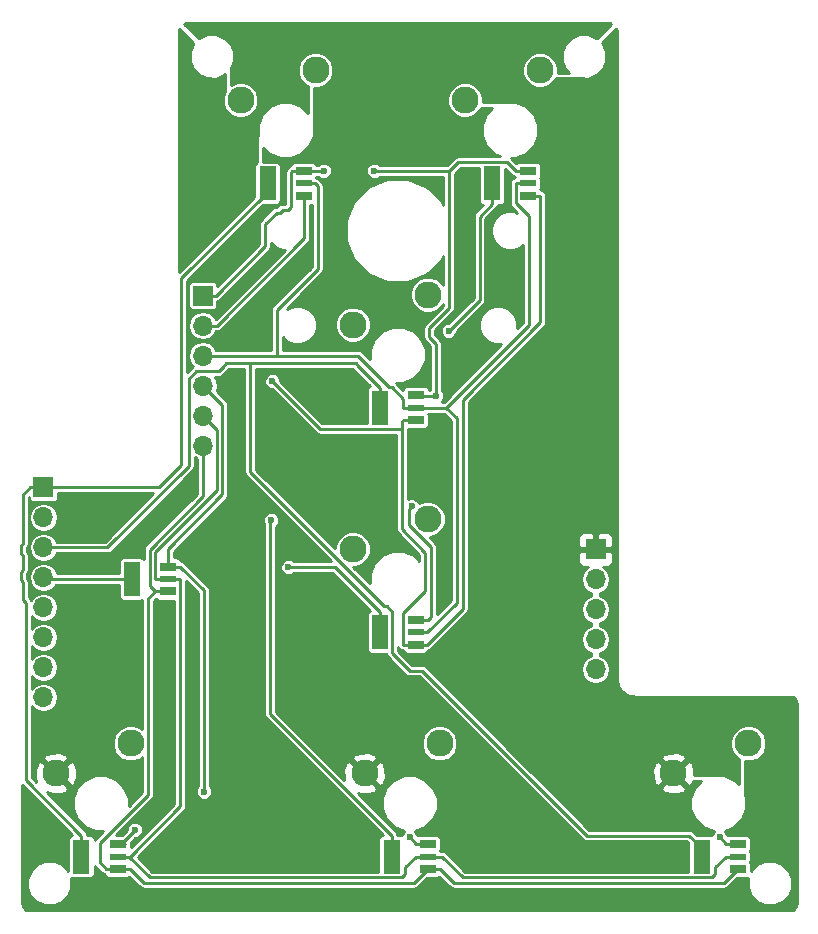
<source format=gtl>
G04 #@! TF.FileFunction,Copper,L1,Top,Signal*
%FSLAX46Y46*%
G04 Gerber Fmt 4.6, Leading zero omitted, Abs format (unit mm)*
G04 Created by KiCad (PCBNEW 4.0.5) date Sun Feb 26 14:27:26 2017*
%MOMM*%
%LPD*%
G01*
G04 APERTURE LIST*
%ADD10C,0.100000*%
%ADD11R,1.700000X1.700000*%
%ADD12O,1.700000X1.700000*%
%ADD13R,1.450000X0.600000*%
%ADD14R,1.450000X2.900000*%
%ADD15R,1.450000X0.800000*%
%ADD16C,2.286000*%
%ADD17C,1.270000*%
%ADD18C,0.600000*%
%ADD19C,0.250000*%
%ADD20C,0.254000*%
G04 APERTURE END LIST*
D10*
D11*
X108000000Y-73250000D03*
D12*
X108000000Y-75790000D03*
X108000000Y-78330000D03*
X108000000Y-80870000D03*
X108000000Y-83410000D03*
X108000000Y-85950000D03*
X108000000Y-88490000D03*
X108000000Y-91030000D03*
D11*
X121500000Y-57000000D03*
D12*
X121500000Y-59540000D03*
X121500000Y-62080000D03*
X121500000Y-64620000D03*
X121500000Y-67160000D03*
X121500000Y-69700000D03*
D13*
X118525000Y-81000000D03*
D14*
X115475000Y-81000000D03*
D15*
X118525000Y-82050000D03*
X118525000Y-79950000D03*
D13*
X166775000Y-104500000D03*
D14*
X163725000Y-104500000D03*
D15*
X166775000Y-105550000D03*
X166775000Y-103450000D03*
D13*
X140525000Y-104500000D03*
D14*
X137475000Y-104500000D03*
D15*
X140525000Y-105550000D03*
X140525000Y-103450000D03*
D13*
X114275000Y-104500000D03*
D14*
X111225000Y-104500000D03*
D15*
X114275000Y-105550000D03*
X114275000Y-103450000D03*
D13*
X139525000Y-85500000D03*
D14*
X136475000Y-85500000D03*
D15*
X139525000Y-86550000D03*
X139525000Y-84450000D03*
D13*
X139525000Y-66500000D03*
D14*
X136475000Y-66500000D03*
D15*
X139525000Y-67550000D03*
X139525000Y-65450000D03*
D13*
X149025000Y-47500000D03*
D14*
X145975000Y-47500000D03*
D15*
X149025000Y-48550000D03*
X149025000Y-46450000D03*
D13*
X130025000Y-47500000D03*
D14*
X126975000Y-47500000D03*
D15*
X130025000Y-48550000D03*
X130025000Y-46450000D03*
D11*
X154750000Y-78500000D03*
D12*
X154750000Y-81040000D03*
X154750000Y-83580000D03*
X154750000Y-86120000D03*
X154750000Y-88660000D03*
D16*
X140540000Y-56920000D03*
X134190000Y-59460000D03*
X150040000Y-37920000D03*
X143690000Y-40460000D03*
X131040000Y-37920000D03*
X124690000Y-40460000D03*
X141540000Y-94920000D03*
X135190000Y-97460000D03*
X167690000Y-94920000D03*
X161340000Y-97460000D03*
X115390000Y-94920000D03*
X109040000Y-97460000D03*
D17*
X144000000Y-63000000D03*
X136750000Y-78250000D03*
X118250000Y-99500000D03*
X142000000Y-78500000D03*
D16*
X140540000Y-75920000D03*
X134190000Y-78460000D03*
D18*
X142302600Y-60000000D03*
X127276200Y-76019600D03*
X128750000Y-80000000D03*
X141250000Y-65500000D03*
X136000000Y-46450000D03*
X131750000Y-46450000D03*
X139186800Y-74854800D03*
X127385300Y-64250000D03*
X121600000Y-99000000D03*
X139000000Y-102866100D03*
X165250000Y-102866100D03*
X115750000Y-102250000D03*
D19*
X106250000Y-79000000D02*
X106100000Y-78850000D01*
X106100000Y-78150000D02*
X106250000Y-78000000D01*
X106100000Y-78850000D02*
X106100000Y-78150000D01*
X111225000Y-104500000D02*
X111225000Y-102724700D01*
X106250000Y-73900000D02*
X106900000Y-73250000D01*
X111225000Y-102724700D02*
X106500300Y-98000000D01*
X106250000Y-78000000D02*
X106250000Y-73900000D01*
X106500300Y-98000000D02*
X106500300Y-83000000D01*
X106500300Y-83000000D02*
X106250000Y-82749700D01*
X106250000Y-82749700D02*
X106250000Y-81250000D01*
X106250000Y-81250000D02*
X106100000Y-81100000D01*
X106100000Y-81100000D02*
X106100000Y-80400000D01*
X106100000Y-80400000D02*
X106250000Y-80250000D01*
X106250000Y-80250000D02*
X106250000Y-79000000D01*
X106900000Y-73250000D02*
X108000000Y-73250000D01*
X126975000Y-47500000D02*
X126975000Y-48225000D01*
X126975000Y-48225000D02*
X119662500Y-55537500D01*
X119662500Y-55537500D02*
X119662500Y-71337500D01*
X119662500Y-71337500D02*
X117750000Y-73250000D01*
X117750000Y-73250000D02*
X108000000Y-73250000D01*
X144924700Y-57377900D02*
X142302600Y-60000000D01*
X144924700Y-50325600D02*
X144924700Y-57377900D01*
X145975000Y-49275300D02*
X144924700Y-50325600D01*
X145975000Y-47500000D02*
X145975000Y-49275300D01*
X127182900Y-92432600D02*
X137475000Y-102724700D01*
X127182900Y-76112900D02*
X127182900Y-92432600D01*
X127276200Y-76019600D02*
X127182900Y-76112900D01*
X137475000Y-104500000D02*
X137475000Y-102724700D01*
X125500000Y-63250000D02*
X125500000Y-71942642D01*
X123500000Y-62750000D02*
X125500000Y-62750000D01*
X125500000Y-63000000D02*
X125500000Y-63250000D01*
X125500000Y-62750000D02*
X134425000Y-62750000D01*
X125500000Y-63250000D02*
X125500000Y-62750000D01*
X122832000Y-63418000D02*
X123500000Y-62750000D01*
X134425000Y-62750000D02*
X134675000Y-63000000D01*
X108000000Y-78330000D02*
X113420000Y-78330000D01*
X113420000Y-78330000D02*
X120318400Y-71431600D01*
X120318400Y-71431600D02*
X120318400Y-64060700D01*
X122832000Y-63418000D02*
X123250000Y-63000000D01*
X120318400Y-64060700D02*
X120961100Y-63418000D01*
X120961100Y-63418000D02*
X122832000Y-63418000D01*
X137053903Y-83318901D02*
X137525001Y-83789999D01*
X125500000Y-71942642D02*
X136876259Y-83318901D01*
X136876259Y-83318901D02*
X137053903Y-83318901D01*
X137525001Y-83789999D02*
X137525001Y-87275001D01*
X137525001Y-87275001D02*
X139000000Y-88750000D01*
X140024800Y-88750000D02*
X153999500Y-102724700D01*
X139000000Y-88750000D02*
X140024800Y-88750000D01*
X153999500Y-102724700D02*
X162674700Y-102724700D01*
X162674700Y-102724700D02*
X163725000Y-103775000D01*
X163725000Y-103775000D02*
X163725000Y-104500000D01*
X136475000Y-66500000D02*
X136475000Y-64800000D01*
X136475000Y-64800000D02*
X134675000Y-63000000D01*
X115475000Y-81000000D02*
X108130000Y-81000000D01*
X108130000Y-81000000D02*
X108000000Y-80870000D01*
X132675000Y-80000000D02*
X128750000Y-80000000D01*
X136475000Y-85500000D02*
X136475000Y-83800000D01*
X136475000Y-83800000D02*
X132675000Y-80000000D01*
X140663000Y-59753400D02*
X140663000Y-60500000D01*
X141250000Y-65500000D02*
X141250000Y-61087000D01*
X141250000Y-61087000D02*
X140663000Y-60500000D01*
X141250000Y-65500000D02*
X139575000Y-65500000D01*
X139575000Y-65500000D02*
X139525000Y-65450000D01*
X136000000Y-46450000D02*
X142325200Y-46450000D01*
X131075300Y-46450000D02*
X131750000Y-46450000D01*
X128750000Y-49724999D02*
X128250000Y-49724999D01*
X128974999Y-46525001D02*
X128974999Y-49500000D01*
X128750000Y-49724999D02*
X128974999Y-49500000D01*
X121500000Y-57000000D02*
X122600000Y-57000000D01*
X122600000Y-57000000D02*
X126750000Y-52850000D01*
X126750000Y-52850000D02*
X126750000Y-50974999D01*
X127750000Y-49974999D02*
X126750000Y-50974999D01*
X127750000Y-49974999D02*
X128000000Y-49974999D01*
X128000000Y-49974999D02*
X128250000Y-49724999D01*
X130025000Y-46450000D02*
X129050000Y-46450000D01*
X129050000Y-46450000D02*
X128974999Y-46525001D01*
X149025000Y-46450000D02*
X147974700Y-46450000D01*
X130184300Y-46450000D02*
X131075300Y-46450000D01*
X130184300Y-46450000D02*
X130025000Y-46450000D01*
X140835900Y-84189400D02*
X140575300Y-84450000D01*
X140835900Y-78296000D02*
X140835900Y-84189400D01*
X138993200Y-76453300D02*
X140835900Y-78296000D01*
X138993200Y-75048400D02*
X138993200Y-76453300D01*
X139186800Y-74854800D02*
X138993200Y-75048400D01*
X139525000Y-84450000D02*
X140575300Y-84450000D01*
X142325200Y-46450000D02*
X142353400Y-46478200D01*
X147249300Y-45724600D02*
X147974700Y-46450000D01*
X143107000Y-45724600D02*
X147249300Y-45724600D01*
X142353400Y-46478200D02*
X143107000Y-45724600D01*
X142353400Y-58063000D02*
X140663000Y-59753400D01*
X142353400Y-46478200D02*
X142353400Y-58063000D01*
X143000000Y-67750000D02*
X143000000Y-67591100D01*
X143000000Y-83000000D02*
X143000000Y-67750000D01*
X143000000Y-67750000D02*
X143000000Y-67398500D01*
X143000000Y-67398500D02*
X142101500Y-66500000D01*
X149101500Y-50292800D02*
X149101500Y-59500000D01*
X141908900Y-66500000D02*
X142101500Y-66500000D01*
X142101500Y-66500000D02*
X149101500Y-59500000D01*
X139525000Y-66500000D02*
X141908900Y-66500000D01*
X139525000Y-85500000D02*
X140500000Y-85500000D01*
X140500000Y-85500000D02*
X143000000Y-83000000D01*
X127750000Y-62080000D02*
X134648026Y-62080000D01*
X127750000Y-58245900D02*
X131250000Y-54745900D01*
X121500000Y-62080000D02*
X127750000Y-62080000D01*
X127750000Y-62080000D02*
X127750000Y-58245900D01*
X134648026Y-62080000D02*
X137293025Y-64724999D01*
X137293025Y-64724999D02*
X137474999Y-64724999D01*
X137474999Y-64724999D02*
X138474999Y-65724999D01*
X138474999Y-66424999D02*
X138550000Y-66500000D01*
X138474999Y-65724999D02*
X138474999Y-66424999D01*
X138550000Y-66500000D02*
X139525000Y-66500000D01*
X131000000Y-54995900D02*
X129301000Y-56694900D01*
X131250000Y-47750000D02*
X131250000Y-54745900D01*
X131250000Y-54745900D02*
X131000000Y-54995900D01*
X131000000Y-47500000D02*
X131250000Y-47750000D01*
X130025000Y-47500000D02*
X131000000Y-47500000D01*
X121500000Y-62080000D02*
X122702081Y-62080000D01*
X149025000Y-47500000D02*
X147974700Y-47500000D01*
X147974700Y-49166000D02*
X149101500Y-50292800D01*
X147974700Y-47500000D02*
X147974700Y-49166000D01*
X139525000Y-66500000D02*
X138474700Y-66500000D01*
X138474700Y-65793500D02*
X138474700Y-66500000D01*
X139525000Y-86550000D02*
X140500000Y-86550000D01*
X140500000Y-86550000D02*
X143500000Y-83550000D01*
X143500000Y-83550000D02*
X143500000Y-65825300D01*
X143500000Y-65825300D02*
X150075300Y-59250000D01*
X150075300Y-59250000D02*
X150075300Y-48550000D01*
X150075300Y-48550000D02*
X149025000Y-48550000D01*
X127385300Y-64250000D02*
X131410700Y-68275400D01*
X131445100Y-68275400D02*
X131750000Y-68275400D01*
X131750000Y-68275400D02*
X138349300Y-68275400D01*
X131410700Y-68275400D02*
X131750000Y-68275400D01*
X139525000Y-86550000D02*
X138474700Y-86550000D01*
X122713100Y-59540000D02*
X121500000Y-59540000D01*
X130085600Y-52167500D02*
X122713100Y-59540000D01*
X130085600Y-48610600D02*
X130085600Y-52167500D01*
X130025000Y-48550000D02*
X130085600Y-48610600D01*
X139525000Y-67550000D02*
X138474700Y-67550000D01*
X138349300Y-76779200D02*
X138349300Y-68275400D01*
X140338400Y-78768300D02*
X138349300Y-76779200D01*
X140338400Y-82038000D02*
X140338400Y-78768300D01*
X138474700Y-83901700D02*
X140338400Y-82038000D01*
X138474700Y-86550000D02*
X138474700Y-83901700D01*
X138349300Y-67675400D02*
X138474700Y-67550000D01*
X138349300Y-68275400D02*
X138349300Y-67675400D01*
X121500000Y-64620000D02*
X123162000Y-66282000D01*
X123162000Y-66282000D02*
X123162000Y-73838000D01*
X123162000Y-73838000D02*
X118525000Y-78475000D01*
X118525000Y-78475000D02*
X118525000Y-79950000D01*
X114275000Y-103450000D02*
X114550000Y-103450000D01*
X114550000Y-103450000D02*
X115761500Y-102238500D01*
X115761500Y-102238500D02*
X115750000Y-102250000D01*
X114275000Y-103450000D02*
X114879000Y-103450000D01*
X121600000Y-98575736D02*
X121600000Y-96460900D01*
X121600000Y-99000000D02*
X121600000Y-98575736D01*
X139474700Y-103340800D02*
X139474700Y-103450000D01*
X139000000Y-102866100D02*
X139474700Y-103340800D01*
X140525000Y-103450000D02*
X139474700Y-103450000D01*
X165724700Y-103340800D02*
X165724700Y-103450000D01*
X165250000Y-102866100D02*
X165724700Y-103340800D01*
X166775000Y-103450000D02*
X165724700Y-103450000D01*
X118525000Y-79950000D02*
X119575300Y-79950000D01*
X121600000Y-81974700D02*
X119575300Y-79950000D01*
X121600000Y-96460900D02*
X121600000Y-81974700D01*
X138656900Y-106000000D02*
X138381500Y-106275400D01*
X140525000Y-104500000D02*
X139550000Y-104500000D01*
X139550000Y-104500000D02*
X138656900Y-105393100D01*
X138656900Y-105393100D02*
X138656900Y-106000000D01*
X164897600Y-106000000D02*
X164622200Y-106275400D01*
X165800000Y-104500000D02*
X164897600Y-105402400D01*
X166775000Y-104500000D02*
X165800000Y-104500000D01*
X164897600Y-105402400D02*
X164897600Y-106000000D01*
X114275000Y-104500000D02*
X115250000Y-104500000D01*
X115250000Y-104500000D02*
X117025400Y-106275400D01*
X117025400Y-106275400D02*
X138381500Y-106275400D01*
X164622200Y-106275400D02*
X143525400Y-106275400D01*
X143525400Y-106275400D02*
X141750000Y-104500000D01*
X141750000Y-104500000D02*
X140525000Y-104500000D01*
X122701300Y-73471700D02*
X122701300Y-68361300D01*
X122701300Y-68361300D02*
X121500000Y-67160000D01*
X117474700Y-78698300D02*
X117474700Y-81000000D01*
X122701300Y-73471700D02*
X117474700Y-78698300D01*
X118525000Y-81000000D02*
X117474700Y-81000000D01*
X114275000Y-104500000D02*
X115325300Y-104500000D01*
X118525000Y-81000000D02*
X119575300Y-81000000D01*
X138381500Y-106275400D02*
X125600700Y-106275400D01*
X115325300Y-104500000D02*
X119575300Y-100250000D01*
X119575300Y-100250000D02*
X119575300Y-81000000D01*
X113300000Y-105550000D02*
X112750000Y-105000000D01*
X112750000Y-103380200D02*
X116858001Y-99272199D01*
X112750000Y-105000000D02*
X112750000Y-103380200D01*
X114275000Y-105550000D02*
X113300000Y-105550000D01*
X116858001Y-99272199D02*
X116858001Y-82666699D01*
X116858001Y-82666699D02*
X117474700Y-82050000D01*
X117474700Y-82050000D02*
X116991500Y-81566800D01*
X116991500Y-81566800D02*
X116991500Y-78508500D01*
X116991500Y-78508500D02*
X121500000Y-74000000D01*
X121500000Y-74000000D02*
X121500000Y-69700000D01*
X114687600Y-105550000D02*
X115325300Y-105550000D01*
X114687600Y-105550000D02*
X114275000Y-105550000D01*
X118525000Y-82050000D02*
X117474700Y-82050000D01*
X139345900Y-106729100D02*
X140525000Y-105550000D01*
X116504400Y-106729100D02*
X139345900Y-106729100D01*
X115325300Y-105550000D02*
X116504400Y-106729100D01*
X165596900Y-106728100D02*
X166775000Y-105550000D01*
X142753400Y-106728100D02*
X165596900Y-106728100D01*
X141575300Y-105550000D02*
X142753400Y-106728100D01*
X140525000Y-105550000D02*
X141575300Y-105550000D01*
D20*
G36*
X156091365Y-33979029D02*
X154862625Y-35207769D01*
X154814624Y-35159684D01*
X154124996Y-34873326D01*
X153378280Y-34872675D01*
X152688154Y-35157829D01*
X152159684Y-35685376D01*
X151873326Y-36375004D01*
X151872675Y-37121720D01*
X152157829Y-37811846D01*
X152468440Y-38123000D01*
X151559824Y-38123000D01*
X151560264Y-37618980D01*
X151329345Y-37060114D01*
X150902135Y-36632158D01*
X150343673Y-36400264D01*
X149738980Y-36399736D01*
X149180114Y-36630655D01*
X148752158Y-37057865D01*
X148520264Y-37616327D01*
X148519736Y-38221020D01*
X148750655Y-38779886D01*
X149177865Y-39207842D01*
X149736327Y-39439736D01*
X150341020Y-39440264D01*
X150899886Y-39209345D01*
X151327842Y-38782135D01*
X151392260Y-38627000D01*
X153500000Y-38627000D01*
X153501148Y-38626784D01*
X154121720Y-38627325D01*
X154811846Y-38342171D01*
X155340316Y-37814624D01*
X155626674Y-37124996D01*
X155627325Y-36378280D01*
X155342171Y-35688154D01*
X155291856Y-35637750D01*
X156520971Y-34408635D01*
X156548000Y-34544517D01*
X156548000Y-89500000D01*
X156556685Y-89543663D01*
X156556685Y-89588180D01*
X156632805Y-89970863D01*
X156632805Y-89970864D01*
X156660760Y-90038354D01*
X156700295Y-90133800D01*
X156700296Y-90133801D01*
X156917068Y-90458224D01*
X157041775Y-90582931D01*
X157366196Y-90799702D01*
X157366199Y-90799705D01*
X157481413Y-90847428D01*
X157529136Y-90867195D01*
X157529137Y-90867195D01*
X157911819Y-90943315D01*
X157956337Y-90943315D01*
X158000000Y-90952000D01*
X171205483Y-90952000D01*
X171456322Y-91001895D01*
X171631233Y-91118767D01*
X171748105Y-91293679D01*
X171798000Y-91544517D01*
X171798000Y-108455483D01*
X171748105Y-108706321D01*
X171631233Y-108881233D01*
X171456322Y-108998105D01*
X171205483Y-109048000D01*
X106794517Y-109048000D01*
X106543679Y-108998105D01*
X106368767Y-108881233D01*
X106251895Y-108706322D01*
X106202000Y-108455483D01*
X106202000Y-98411636D01*
X110462951Y-102672586D01*
X110360292Y-102691903D01*
X110231980Y-102774470D01*
X110145899Y-102900453D01*
X110115615Y-103050000D01*
X110115615Y-105744893D01*
X110092171Y-105688154D01*
X109564624Y-105159684D01*
X108874996Y-104873326D01*
X108128280Y-104872675D01*
X107438154Y-105157829D01*
X106909684Y-105685376D01*
X106623326Y-106375004D01*
X106622675Y-107121720D01*
X106907829Y-107811846D01*
X107435376Y-108340316D01*
X108125004Y-108626674D01*
X108871720Y-108627325D01*
X109561846Y-108342171D01*
X110090316Y-107814624D01*
X110376674Y-107124996D01*
X110377325Y-106378280D01*
X110345189Y-106300504D01*
X110350453Y-106304101D01*
X110500000Y-106334385D01*
X111950000Y-106334385D01*
X112089708Y-106308097D01*
X112218020Y-106225530D01*
X112304101Y-106099547D01*
X112334385Y-105950000D01*
X112334385Y-105264203D01*
X112395032Y-105354968D01*
X112945030Y-105904965D01*
X112945032Y-105904968D01*
X113107893Y-106013788D01*
X113180329Y-106028196D01*
X113191903Y-106089708D01*
X113274470Y-106218020D01*
X113400453Y-106304101D01*
X113550000Y-106334385D01*
X115000000Y-106334385D01*
X115139708Y-106308097D01*
X115268020Y-106225530D01*
X115277305Y-106211941D01*
X116149430Y-107084065D01*
X116149432Y-107084068D01*
X116247060Y-107149300D01*
X116312292Y-107192888D01*
X116504400Y-107231100D01*
X139345895Y-107231100D01*
X139345900Y-107231101D01*
X139538007Y-107192888D01*
X139700868Y-107084068D01*
X140450550Y-106334385D01*
X141250000Y-106334385D01*
X141389708Y-106308097D01*
X141518020Y-106225530D01*
X141527305Y-106211941D01*
X142398432Y-107083068D01*
X142561293Y-107191888D01*
X142753400Y-107230101D01*
X142753405Y-107230100D01*
X165596895Y-107230100D01*
X165596900Y-107230101D01*
X165789007Y-107191888D01*
X165951868Y-107083068D01*
X166700551Y-106334385D01*
X167500000Y-106334385D01*
X167639708Y-106308097D01*
X167655265Y-106298086D01*
X167623326Y-106375004D01*
X167622675Y-107121720D01*
X167907829Y-107811846D01*
X168435376Y-108340316D01*
X169125004Y-108626674D01*
X169871720Y-108627325D01*
X170561846Y-108342171D01*
X171090316Y-107814624D01*
X171376674Y-107124996D01*
X171377325Y-106378280D01*
X171092171Y-105688154D01*
X170564624Y-105159684D01*
X169874996Y-104873326D01*
X169128280Y-104872675D01*
X168438154Y-105157829D01*
X167909684Y-105685376D01*
X167884385Y-105746303D01*
X167884385Y-105150000D01*
X167858097Y-105010292D01*
X167836029Y-104975997D01*
X167854101Y-104949547D01*
X167884385Y-104800000D01*
X167884385Y-104200000D01*
X167858097Y-104060292D01*
X167836029Y-104025997D01*
X167854101Y-103999547D01*
X167884385Y-103850000D01*
X167884385Y-103050000D01*
X167858097Y-102910292D01*
X167775530Y-102781980D01*
X167649547Y-102695899D01*
X167500000Y-102665615D01*
X166050000Y-102665615D01*
X165910520Y-102691860D01*
X165824267Y-102483111D01*
X165685466Y-102344068D01*
X166491253Y-102011123D01*
X167158779Y-101344761D01*
X167520488Y-100473670D01*
X167521311Y-99530468D01*
X167377000Y-99181209D01*
X167377000Y-96435863D01*
X167386327Y-96439736D01*
X167991020Y-96440264D01*
X168549886Y-96209345D01*
X168977842Y-95782135D01*
X169209736Y-95223673D01*
X169210264Y-94618980D01*
X168979345Y-94060114D01*
X168552135Y-93632158D01*
X167993673Y-93400264D01*
X167388980Y-93399736D01*
X166830114Y-93630655D01*
X166402158Y-94057865D01*
X166170264Y-94616327D01*
X166169736Y-95221020D01*
X166400655Y-95779886D01*
X166827865Y-96207842D01*
X166877374Y-96228400D01*
X166873000Y-96250000D01*
X166873000Y-98370121D01*
X166494761Y-97991221D01*
X165623670Y-97629512D01*
X164778515Y-97628775D01*
X164750000Y-97623000D01*
X163123876Y-97623000D01*
X163106249Y-97051671D01*
X162877658Y-96499806D01*
X162595963Y-96383642D01*
X161519605Y-97460000D01*
X162595963Y-98536358D01*
X162877658Y-98420194D01*
X162988639Y-98127000D01*
X163670383Y-98127000D01*
X163141221Y-98655239D01*
X162779512Y-99526330D01*
X162778689Y-100469532D01*
X163138877Y-101341253D01*
X163805239Y-102008779D01*
X164676330Y-102370488D01*
X164788121Y-102370586D01*
X164676402Y-102482110D01*
X164588554Y-102693673D01*
X164450000Y-102665615D01*
X163325551Y-102665615D01*
X163029668Y-102369732D01*
X162866807Y-102260912D01*
X162674700Y-102222699D01*
X162674695Y-102222700D01*
X154207435Y-102222700D01*
X150700699Y-98715963D01*
X160263642Y-98715963D01*
X160379806Y-98997658D01*
X161041333Y-99248062D01*
X161748329Y-99226249D01*
X162300194Y-98997658D01*
X162416358Y-98715963D01*
X161340000Y-97639605D01*
X160263642Y-98715963D01*
X150700699Y-98715963D01*
X149146069Y-97161333D01*
X159551938Y-97161333D01*
X159573751Y-97868329D01*
X159802342Y-98420194D01*
X160084037Y-98536358D01*
X161160395Y-97460000D01*
X160084037Y-96383642D01*
X159802342Y-96499806D01*
X159551938Y-97161333D01*
X149146069Y-97161333D01*
X148188773Y-96204037D01*
X160263642Y-96204037D01*
X161340000Y-97280395D01*
X162416358Y-96204037D01*
X162300194Y-95922342D01*
X161638667Y-95671938D01*
X160931671Y-95693751D01*
X160379806Y-95922342D01*
X160263642Y-96204037D01*
X148188773Y-96204037D01*
X140379768Y-88395032D01*
X140216907Y-88286212D01*
X140024800Y-88247999D01*
X140024795Y-88248000D01*
X139207935Y-88248000D01*
X138027001Y-87067065D01*
X138027001Y-86766186D01*
X138119732Y-86904968D01*
X138282593Y-87013788D01*
X138433257Y-87043756D01*
X138441903Y-87089708D01*
X138524470Y-87218020D01*
X138650453Y-87304101D01*
X138800000Y-87334385D01*
X140250000Y-87334385D01*
X140389708Y-87308097D01*
X140518020Y-87225530D01*
X140604101Y-87099547D01*
X140618503Y-87028429D01*
X140692107Y-87013788D01*
X140854968Y-86904968D01*
X143854965Y-83904970D01*
X143854968Y-83904968D01*
X143963788Y-83742107D01*
X143967069Y-83725612D01*
X144002001Y-83550000D01*
X144002000Y-83549995D01*
X144002000Y-78785750D01*
X153265000Y-78785750D01*
X153265000Y-79476310D01*
X153361673Y-79709699D01*
X153540302Y-79888327D01*
X153773691Y-79985000D01*
X154138776Y-79985000D01*
X153858342Y-80172380D01*
X153592362Y-80570447D01*
X153498962Y-81040000D01*
X153592362Y-81509553D01*
X153858342Y-81907620D01*
X154256409Y-82173600D01*
X154373000Y-82196791D01*
X154373000Y-82423209D01*
X154256409Y-82446400D01*
X153858342Y-82712380D01*
X153592362Y-83110447D01*
X153498962Y-83580000D01*
X153592362Y-84049553D01*
X153858342Y-84447620D01*
X154256409Y-84713600D01*
X154373000Y-84736791D01*
X154373000Y-84963209D01*
X154256409Y-84986400D01*
X153858342Y-85252380D01*
X153592362Y-85650447D01*
X153498962Y-86120000D01*
X153592362Y-86589553D01*
X153858342Y-86987620D01*
X154256409Y-87253600D01*
X154373000Y-87276791D01*
X154373000Y-87503209D01*
X154256409Y-87526400D01*
X153858342Y-87792380D01*
X153592362Y-88190447D01*
X153498962Y-88660000D01*
X153592362Y-89129553D01*
X153858342Y-89527620D01*
X154256409Y-89793600D01*
X154725962Y-89887000D01*
X154774038Y-89887000D01*
X155243591Y-89793600D01*
X155641658Y-89527620D01*
X155907638Y-89129553D01*
X156001038Y-88660000D01*
X155907638Y-88190447D01*
X155641658Y-87792380D01*
X155243591Y-87526400D01*
X155127000Y-87503209D01*
X155127000Y-87276791D01*
X155243591Y-87253600D01*
X155641658Y-86987620D01*
X155907638Y-86589553D01*
X156001038Y-86120000D01*
X155907638Y-85650447D01*
X155641658Y-85252380D01*
X155243591Y-84986400D01*
X155127000Y-84963209D01*
X155127000Y-84736791D01*
X155243591Y-84713600D01*
X155641658Y-84447620D01*
X155907638Y-84049553D01*
X156001038Y-83580000D01*
X155907638Y-83110447D01*
X155641658Y-82712380D01*
X155243591Y-82446400D01*
X155127000Y-82423209D01*
X155127000Y-82196791D01*
X155243591Y-82173600D01*
X155641658Y-81907620D01*
X155907638Y-81509553D01*
X156001038Y-81040000D01*
X155907638Y-80570447D01*
X155641658Y-80172380D01*
X155361224Y-79985000D01*
X155726309Y-79985000D01*
X155959698Y-79888327D01*
X156138327Y-79709699D01*
X156235000Y-79476310D01*
X156235000Y-78785750D01*
X156076250Y-78627000D01*
X154877000Y-78627000D01*
X154877000Y-78647000D01*
X154623000Y-78647000D01*
X154623000Y-78627000D01*
X153423750Y-78627000D01*
X153265000Y-78785750D01*
X144002000Y-78785750D01*
X144002000Y-77523690D01*
X153265000Y-77523690D01*
X153265000Y-78214250D01*
X153423750Y-78373000D01*
X154623000Y-78373000D01*
X154623000Y-77173750D01*
X154877000Y-77173750D01*
X154877000Y-78373000D01*
X156076250Y-78373000D01*
X156235000Y-78214250D01*
X156235000Y-77523690D01*
X156138327Y-77290301D01*
X155959698Y-77111673D01*
X155726309Y-77015000D01*
X155035750Y-77015000D01*
X154877000Y-77173750D01*
X154623000Y-77173750D01*
X154464250Y-77015000D01*
X153773691Y-77015000D01*
X153540302Y-77111673D01*
X153361673Y-77290301D01*
X153265000Y-77523690D01*
X144002000Y-77523690D01*
X144002000Y-66033236D01*
X150430265Y-59604970D01*
X150430268Y-59604968D01*
X150539088Y-59442107D01*
X150577300Y-59250000D01*
X150577300Y-48550000D01*
X150539088Y-48357893D01*
X150430268Y-48195032D01*
X150267407Y-48086212D01*
X150116743Y-48056244D01*
X150108097Y-48010292D01*
X150086029Y-47975997D01*
X150104101Y-47949547D01*
X150134385Y-47800000D01*
X150134385Y-47200000D01*
X150108097Y-47060292D01*
X150086029Y-47025997D01*
X150104101Y-46999547D01*
X150134385Y-46850000D01*
X150134385Y-46050000D01*
X150108097Y-45910292D01*
X150025530Y-45781980D01*
X149899547Y-45695899D01*
X149750000Y-45665615D01*
X148300000Y-45665615D01*
X148160292Y-45691903D01*
X148031980Y-45774470D01*
X148022695Y-45788059D01*
X147605629Y-45370993D01*
X147969532Y-45371311D01*
X148841253Y-45011123D01*
X149508779Y-44344761D01*
X149870488Y-43473670D01*
X149871311Y-42530468D01*
X149511123Y-41658747D01*
X148844761Y-40991221D01*
X147973670Y-40629512D01*
X147530246Y-40629125D01*
X147500000Y-40623000D01*
X145209859Y-40623000D01*
X145210264Y-40158980D01*
X144979345Y-39600114D01*
X144552135Y-39172158D01*
X143993673Y-38940264D01*
X143388980Y-38939736D01*
X142830114Y-39170655D01*
X142402158Y-39597865D01*
X142170264Y-40156327D01*
X142169736Y-40761020D01*
X142400655Y-41319886D01*
X142827865Y-41747842D01*
X143386327Y-41979736D01*
X143991020Y-41980264D01*
X144549886Y-41749345D01*
X144977842Y-41322135D01*
X145058869Y-41127000D01*
X146020383Y-41127000D01*
X145491221Y-41655239D01*
X145129512Y-42526330D01*
X145128689Y-43469532D01*
X145488877Y-44341253D01*
X146155239Y-45008779D01*
X146670177Y-45222600D01*
X143107000Y-45222600D01*
X142914892Y-45260812D01*
X142849660Y-45304400D01*
X142752032Y-45369632D01*
X142752030Y-45369635D01*
X142173664Y-45948000D01*
X136455463Y-45948000D01*
X136383990Y-45876402D01*
X136135254Y-45773118D01*
X135865927Y-45772883D01*
X135617011Y-45875733D01*
X135426402Y-46066010D01*
X135323118Y-46314746D01*
X135322883Y-46584073D01*
X135425733Y-46832989D01*
X135616010Y-47023598D01*
X135864746Y-47126882D01*
X136134073Y-47127117D01*
X136382989Y-47024267D01*
X136455382Y-46952000D01*
X141851400Y-46952000D01*
X141851400Y-49359298D01*
X141712803Y-49023868D01*
X140482608Y-47791524D01*
X138874459Y-47123762D01*
X137133181Y-47122242D01*
X135523868Y-47787197D01*
X134291524Y-49017392D01*
X133623762Y-50625541D01*
X133622242Y-52366819D01*
X134287197Y-53976132D01*
X135517392Y-55208476D01*
X137125541Y-55876238D01*
X138866819Y-55877758D01*
X140476132Y-55212803D01*
X141708476Y-53982608D01*
X141851400Y-53638409D01*
X141851400Y-56113491D01*
X141829345Y-56060114D01*
X141402135Y-55632158D01*
X140843673Y-55400264D01*
X140238980Y-55399736D01*
X139680114Y-55630655D01*
X139252158Y-56057865D01*
X139020264Y-56616327D01*
X139019736Y-57221020D01*
X139250655Y-57779886D01*
X139677865Y-58207842D01*
X140236327Y-58439736D01*
X140841020Y-58440264D01*
X141399886Y-58209345D01*
X141827842Y-57782135D01*
X141851400Y-57725401D01*
X141851400Y-57855065D01*
X140308032Y-59398432D01*
X140199212Y-59561293D01*
X140160999Y-59753400D01*
X140161000Y-59753405D01*
X140161000Y-60499995D01*
X140160999Y-60500000D01*
X140199212Y-60692107D01*
X140308032Y-60854968D01*
X140748000Y-61294935D01*
X140748000Y-64998000D01*
X140624600Y-64998000D01*
X140608097Y-64910292D01*
X140525530Y-64781980D01*
X140399547Y-64695899D01*
X140250000Y-64665615D01*
X138800000Y-64665615D01*
X138660292Y-64691903D01*
X138531980Y-64774470D01*
X138445899Y-64900453D01*
X138431499Y-64971563D01*
X137830690Y-64370754D01*
X138469532Y-64371311D01*
X139341253Y-64011123D01*
X140008779Y-63344761D01*
X140370488Y-62473670D01*
X140371311Y-61530468D01*
X140011123Y-60658747D01*
X139344761Y-59991221D01*
X138473670Y-59629512D01*
X137530468Y-59628689D01*
X136658747Y-59988877D01*
X135991221Y-60655239D01*
X135629512Y-61526330D01*
X135628793Y-62350831D01*
X135002994Y-61725032D01*
X134840133Y-61616212D01*
X134648026Y-61577999D01*
X134648021Y-61578000D01*
X128252000Y-61578000D01*
X128252000Y-60552757D01*
X128577175Y-60878499D01*
X129174950Y-61126717D01*
X129822211Y-61127282D01*
X130420418Y-60880108D01*
X130878499Y-60422825D01*
X131126717Y-59825050D01*
X131126772Y-59761020D01*
X132669736Y-59761020D01*
X132900655Y-60319886D01*
X133327865Y-60747842D01*
X133886327Y-60979736D01*
X134491020Y-60980264D01*
X135049886Y-60749345D01*
X135477842Y-60322135D01*
X135709736Y-59763673D01*
X135710264Y-59158980D01*
X135479345Y-58600114D01*
X135052135Y-58172158D01*
X134493673Y-57940264D01*
X133888980Y-57939736D01*
X133330114Y-58170655D01*
X132902158Y-58597865D01*
X132670264Y-59156327D01*
X132669736Y-59761020D01*
X131126772Y-59761020D01*
X131127282Y-59177789D01*
X130880108Y-58579582D01*
X130422825Y-58121501D01*
X129825050Y-57873283D01*
X129177789Y-57872718D01*
X128590423Y-58115412D01*
X129897943Y-56807893D01*
X131354965Y-55350870D01*
X131354968Y-55350868D01*
X131604965Y-55100870D01*
X131604968Y-55100868D01*
X131675105Y-54995900D01*
X131713788Y-54938008D01*
X131752000Y-54745900D01*
X131752000Y-47750000D01*
X131713788Y-47557893D01*
X131713788Y-47557892D01*
X131670200Y-47492660D01*
X131604968Y-47395032D01*
X131604965Y-47395030D01*
X131354968Y-47145032D01*
X131192107Y-47036212D01*
X131092576Y-47016414D01*
X131104101Y-46999547D01*
X131113730Y-46952000D01*
X131294537Y-46952000D01*
X131366010Y-47023598D01*
X131614746Y-47126882D01*
X131884073Y-47127117D01*
X132132989Y-47024267D01*
X132323598Y-46833990D01*
X132426882Y-46585254D01*
X132427117Y-46315927D01*
X132324267Y-46067011D01*
X132133990Y-45876402D01*
X131885254Y-45773118D01*
X131615927Y-45772883D01*
X131367011Y-45875733D01*
X131294618Y-45948000D01*
X131115192Y-45948000D01*
X131108097Y-45910292D01*
X131025530Y-45781980D01*
X130899547Y-45695899D01*
X130750000Y-45665615D01*
X129300000Y-45665615D01*
X129160292Y-45691903D01*
X129031980Y-45774470D01*
X128945899Y-45900453D01*
X128931497Y-45971571D01*
X128857893Y-45986212D01*
X128695032Y-46095032D01*
X128695030Y-46095035D01*
X128620031Y-46170033D01*
X128511211Y-46332894D01*
X128472998Y-46525001D01*
X128472999Y-46525006D01*
X128472999Y-49222999D01*
X128250000Y-49222999D01*
X128057892Y-49261211D01*
X128036807Y-49275300D01*
X127895032Y-49370031D01*
X127895030Y-49370034D01*
X127792065Y-49472999D01*
X127750005Y-49472999D01*
X127750000Y-49472998D01*
X127557893Y-49511211D01*
X127395032Y-49620031D01*
X127395030Y-49620034D01*
X126395032Y-50620031D01*
X126286212Y-50782892D01*
X126247999Y-50974999D01*
X126248000Y-50975004D01*
X126248000Y-52642065D01*
X122734385Y-56155679D01*
X122734385Y-56150000D01*
X122708097Y-56010292D01*
X122625530Y-55881980D01*
X122499547Y-55795899D01*
X122350000Y-55765615D01*
X120650000Y-55765615D01*
X120510292Y-55791903D01*
X120381980Y-55874470D01*
X120295899Y-56000453D01*
X120265615Y-56150000D01*
X120265615Y-57850000D01*
X120291903Y-57989708D01*
X120374470Y-58118020D01*
X120500453Y-58204101D01*
X120650000Y-58234385D01*
X122350000Y-58234385D01*
X122489708Y-58208097D01*
X122618020Y-58125530D01*
X122704101Y-57999547D01*
X122734385Y-57850000D01*
X122734385Y-57475270D01*
X122792107Y-57463788D01*
X122954968Y-57354968D01*
X127104965Y-53204970D01*
X127104968Y-53204968D01*
X127170200Y-53107340D01*
X127213788Y-53042108D01*
X127252000Y-52850000D01*
X127252000Y-52552757D01*
X127577175Y-52878499D01*
X128174950Y-53126717D01*
X128416237Y-53126928D01*
X122583569Y-58959595D01*
X122391658Y-58672380D01*
X121993591Y-58406400D01*
X121524038Y-58313000D01*
X121475962Y-58313000D01*
X121006409Y-58406400D01*
X120608342Y-58672380D01*
X120342362Y-59070447D01*
X120248962Y-59540000D01*
X120342362Y-60009553D01*
X120608342Y-60407620D01*
X121006409Y-60673600D01*
X121475962Y-60767000D01*
X121524038Y-60767000D01*
X121993591Y-60673600D01*
X122391658Y-60407620D01*
X122635958Y-60042000D01*
X122713095Y-60042000D01*
X122713100Y-60042001D01*
X122905207Y-60003788D01*
X123068068Y-59894968D01*
X130440565Y-52522470D01*
X130440568Y-52522468D01*
X130549388Y-52359607D01*
X130587600Y-52167500D01*
X130587600Y-49334385D01*
X130748000Y-49334385D01*
X130748000Y-54537964D01*
X130645032Y-54640932D01*
X130645030Y-54640935D01*
X129225851Y-56060114D01*
X127395032Y-57890932D01*
X127286212Y-58053793D01*
X127247999Y-58245900D01*
X127248000Y-58245905D01*
X127248000Y-61578000D01*
X122635958Y-61578000D01*
X122391658Y-61212380D01*
X121993591Y-60946400D01*
X121524038Y-60853000D01*
X121475962Y-60853000D01*
X121006409Y-60946400D01*
X120608342Y-61212380D01*
X120342362Y-61610447D01*
X120248962Y-62080000D01*
X120342362Y-62549553D01*
X120608342Y-62947620D01*
X120693600Y-63004588D01*
X120606132Y-63063032D01*
X120164500Y-63504664D01*
X120164500Y-55745436D01*
X126575550Y-49334385D01*
X127700000Y-49334385D01*
X127839708Y-49308097D01*
X127968020Y-49225530D01*
X128054101Y-49099547D01*
X128084385Y-48950000D01*
X128084385Y-46050000D01*
X128058097Y-45910292D01*
X127975530Y-45781980D01*
X127849547Y-45695899D01*
X127700000Y-45665615D01*
X126627000Y-45665615D01*
X126627000Y-44479617D01*
X127155239Y-45008779D01*
X128026330Y-45370488D01*
X128969532Y-45371311D01*
X129841253Y-45011123D01*
X130508779Y-44344761D01*
X130870488Y-43473670D01*
X130871094Y-42779164D01*
X130877000Y-42750000D01*
X130877000Y-39439859D01*
X131341020Y-39440264D01*
X131899886Y-39209345D01*
X132327842Y-38782135D01*
X132559736Y-38223673D01*
X132560264Y-37618980D01*
X132329345Y-37060114D01*
X131902135Y-36632158D01*
X131343673Y-36400264D01*
X130738980Y-36399736D01*
X130180114Y-36630655D01*
X129752158Y-37057865D01*
X129520264Y-37616327D01*
X129519736Y-38221020D01*
X129750655Y-38779886D01*
X130177865Y-39207842D01*
X130373000Y-39288869D01*
X130373000Y-41520383D01*
X129844761Y-40991221D01*
X128973670Y-40629512D01*
X128030468Y-40628689D01*
X127158747Y-40988877D01*
X126491221Y-41655239D01*
X126129512Y-42526330D01*
X126128689Y-43469532D01*
X126129012Y-43470313D01*
X126123000Y-43500000D01*
X126123000Y-45689512D01*
X126110292Y-45691903D01*
X125981980Y-45774470D01*
X125895899Y-45900453D01*
X125865615Y-46050000D01*
X125865615Y-48624450D01*
X119452000Y-55038064D01*
X119452000Y-34544517D01*
X119479029Y-34408635D01*
X120707769Y-35637375D01*
X120659684Y-35685376D01*
X120373326Y-36375004D01*
X120372675Y-37121720D01*
X120657829Y-37811846D01*
X121185376Y-38340316D01*
X121875004Y-38626674D01*
X122621720Y-38627325D01*
X123311846Y-38342171D01*
X123373000Y-38281124D01*
X123373000Y-39668085D01*
X123170264Y-40156327D01*
X123169736Y-40761020D01*
X123400655Y-41319886D01*
X123827865Y-41747842D01*
X124386327Y-41979736D01*
X124991020Y-41980264D01*
X125549886Y-41749345D01*
X125977842Y-41322135D01*
X126209736Y-40763673D01*
X126210264Y-40158980D01*
X125979345Y-39600114D01*
X125552135Y-39172158D01*
X124993673Y-38940264D01*
X124388980Y-38939736D01*
X123877000Y-39151282D01*
X123877000Y-37750000D01*
X123873929Y-37733676D01*
X124126674Y-37124996D01*
X124127325Y-36378280D01*
X123842171Y-35688154D01*
X123314624Y-35159684D01*
X122624996Y-34873326D01*
X121878280Y-34872675D01*
X121188154Y-35157829D01*
X121137750Y-35208144D01*
X119908635Y-33979029D01*
X120044517Y-33952000D01*
X155955483Y-33952000D01*
X156091365Y-33979029D01*
X156091365Y-33979029D01*
G37*
X156091365Y-33979029D02*
X154862625Y-35207769D01*
X154814624Y-35159684D01*
X154124996Y-34873326D01*
X153378280Y-34872675D01*
X152688154Y-35157829D01*
X152159684Y-35685376D01*
X151873326Y-36375004D01*
X151872675Y-37121720D01*
X152157829Y-37811846D01*
X152468440Y-38123000D01*
X151559824Y-38123000D01*
X151560264Y-37618980D01*
X151329345Y-37060114D01*
X150902135Y-36632158D01*
X150343673Y-36400264D01*
X149738980Y-36399736D01*
X149180114Y-36630655D01*
X148752158Y-37057865D01*
X148520264Y-37616327D01*
X148519736Y-38221020D01*
X148750655Y-38779886D01*
X149177865Y-39207842D01*
X149736327Y-39439736D01*
X150341020Y-39440264D01*
X150899886Y-39209345D01*
X151327842Y-38782135D01*
X151392260Y-38627000D01*
X153500000Y-38627000D01*
X153501148Y-38626784D01*
X154121720Y-38627325D01*
X154811846Y-38342171D01*
X155340316Y-37814624D01*
X155626674Y-37124996D01*
X155627325Y-36378280D01*
X155342171Y-35688154D01*
X155291856Y-35637750D01*
X156520971Y-34408635D01*
X156548000Y-34544517D01*
X156548000Y-89500000D01*
X156556685Y-89543663D01*
X156556685Y-89588180D01*
X156632805Y-89970863D01*
X156632805Y-89970864D01*
X156660760Y-90038354D01*
X156700295Y-90133800D01*
X156700296Y-90133801D01*
X156917068Y-90458224D01*
X157041775Y-90582931D01*
X157366196Y-90799702D01*
X157366199Y-90799705D01*
X157481413Y-90847428D01*
X157529136Y-90867195D01*
X157529137Y-90867195D01*
X157911819Y-90943315D01*
X157956337Y-90943315D01*
X158000000Y-90952000D01*
X171205483Y-90952000D01*
X171456322Y-91001895D01*
X171631233Y-91118767D01*
X171748105Y-91293679D01*
X171798000Y-91544517D01*
X171798000Y-108455483D01*
X171748105Y-108706321D01*
X171631233Y-108881233D01*
X171456322Y-108998105D01*
X171205483Y-109048000D01*
X106794517Y-109048000D01*
X106543679Y-108998105D01*
X106368767Y-108881233D01*
X106251895Y-108706322D01*
X106202000Y-108455483D01*
X106202000Y-98411636D01*
X110462951Y-102672586D01*
X110360292Y-102691903D01*
X110231980Y-102774470D01*
X110145899Y-102900453D01*
X110115615Y-103050000D01*
X110115615Y-105744893D01*
X110092171Y-105688154D01*
X109564624Y-105159684D01*
X108874996Y-104873326D01*
X108128280Y-104872675D01*
X107438154Y-105157829D01*
X106909684Y-105685376D01*
X106623326Y-106375004D01*
X106622675Y-107121720D01*
X106907829Y-107811846D01*
X107435376Y-108340316D01*
X108125004Y-108626674D01*
X108871720Y-108627325D01*
X109561846Y-108342171D01*
X110090316Y-107814624D01*
X110376674Y-107124996D01*
X110377325Y-106378280D01*
X110345189Y-106300504D01*
X110350453Y-106304101D01*
X110500000Y-106334385D01*
X111950000Y-106334385D01*
X112089708Y-106308097D01*
X112218020Y-106225530D01*
X112304101Y-106099547D01*
X112334385Y-105950000D01*
X112334385Y-105264203D01*
X112395032Y-105354968D01*
X112945030Y-105904965D01*
X112945032Y-105904968D01*
X113107893Y-106013788D01*
X113180329Y-106028196D01*
X113191903Y-106089708D01*
X113274470Y-106218020D01*
X113400453Y-106304101D01*
X113550000Y-106334385D01*
X115000000Y-106334385D01*
X115139708Y-106308097D01*
X115268020Y-106225530D01*
X115277305Y-106211941D01*
X116149430Y-107084065D01*
X116149432Y-107084068D01*
X116247060Y-107149300D01*
X116312292Y-107192888D01*
X116504400Y-107231100D01*
X139345895Y-107231100D01*
X139345900Y-107231101D01*
X139538007Y-107192888D01*
X139700868Y-107084068D01*
X140450550Y-106334385D01*
X141250000Y-106334385D01*
X141389708Y-106308097D01*
X141518020Y-106225530D01*
X141527305Y-106211941D01*
X142398432Y-107083068D01*
X142561293Y-107191888D01*
X142753400Y-107230101D01*
X142753405Y-107230100D01*
X165596895Y-107230100D01*
X165596900Y-107230101D01*
X165789007Y-107191888D01*
X165951868Y-107083068D01*
X166700551Y-106334385D01*
X167500000Y-106334385D01*
X167639708Y-106308097D01*
X167655265Y-106298086D01*
X167623326Y-106375004D01*
X167622675Y-107121720D01*
X167907829Y-107811846D01*
X168435376Y-108340316D01*
X169125004Y-108626674D01*
X169871720Y-108627325D01*
X170561846Y-108342171D01*
X171090316Y-107814624D01*
X171376674Y-107124996D01*
X171377325Y-106378280D01*
X171092171Y-105688154D01*
X170564624Y-105159684D01*
X169874996Y-104873326D01*
X169128280Y-104872675D01*
X168438154Y-105157829D01*
X167909684Y-105685376D01*
X167884385Y-105746303D01*
X167884385Y-105150000D01*
X167858097Y-105010292D01*
X167836029Y-104975997D01*
X167854101Y-104949547D01*
X167884385Y-104800000D01*
X167884385Y-104200000D01*
X167858097Y-104060292D01*
X167836029Y-104025997D01*
X167854101Y-103999547D01*
X167884385Y-103850000D01*
X167884385Y-103050000D01*
X167858097Y-102910292D01*
X167775530Y-102781980D01*
X167649547Y-102695899D01*
X167500000Y-102665615D01*
X166050000Y-102665615D01*
X165910520Y-102691860D01*
X165824267Y-102483111D01*
X165685466Y-102344068D01*
X166491253Y-102011123D01*
X167158779Y-101344761D01*
X167520488Y-100473670D01*
X167521311Y-99530468D01*
X167377000Y-99181209D01*
X167377000Y-96435863D01*
X167386327Y-96439736D01*
X167991020Y-96440264D01*
X168549886Y-96209345D01*
X168977842Y-95782135D01*
X169209736Y-95223673D01*
X169210264Y-94618980D01*
X168979345Y-94060114D01*
X168552135Y-93632158D01*
X167993673Y-93400264D01*
X167388980Y-93399736D01*
X166830114Y-93630655D01*
X166402158Y-94057865D01*
X166170264Y-94616327D01*
X166169736Y-95221020D01*
X166400655Y-95779886D01*
X166827865Y-96207842D01*
X166877374Y-96228400D01*
X166873000Y-96250000D01*
X166873000Y-98370121D01*
X166494761Y-97991221D01*
X165623670Y-97629512D01*
X164778515Y-97628775D01*
X164750000Y-97623000D01*
X163123876Y-97623000D01*
X163106249Y-97051671D01*
X162877658Y-96499806D01*
X162595963Y-96383642D01*
X161519605Y-97460000D01*
X162595963Y-98536358D01*
X162877658Y-98420194D01*
X162988639Y-98127000D01*
X163670383Y-98127000D01*
X163141221Y-98655239D01*
X162779512Y-99526330D01*
X162778689Y-100469532D01*
X163138877Y-101341253D01*
X163805239Y-102008779D01*
X164676330Y-102370488D01*
X164788121Y-102370586D01*
X164676402Y-102482110D01*
X164588554Y-102693673D01*
X164450000Y-102665615D01*
X163325551Y-102665615D01*
X163029668Y-102369732D01*
X162866807Y-102260912D01*
X162674700Y-102222699D01*
X162674695Y-102222700D01*
X154207435Y-102222700D01*
X150700699Y-98715963D01*
X160263642Y-98715963D01*
X160379806Y-98997658D01*
X161041333Y-99248062D01*
X161748329Y-99226249D01*
X162300194Y-98997658D01*
X162416358Y-98715963D01*
X161340000Y-97639605D01*
X160263642Y-98715963D01*
X150700699Y-98715963D01*
X149146069Y-97161333D01*
X159551938Y-97161333D01*
X159573751Y-97868329D01*
X159802342Y-98420194D01*
X160084037Y-98536358D01*
X161160395Y-97460000D01*
X160084037Y-96383642D01*
X159802342Y-96499806D01*
X159551938Y-97161333D01*
X149146069Y-97161333D01*
X148188773Y-96204037D01*
X160263642Y-96204037D01*
X161340000Y-97280395D01*
X162416358Y-96204037D01*
X162300194Y-95922342D01*
X161638667Y-95671938D01*
X160931671Y-95693751D01*
X160379806Y-95922342D01*
X160263642Y-96204037D01*
X148188773Y-96204037D01*
X140379768Y-88395032D01*
X140216907Y-88286212D01*
X140024800Y-88247999D01*
X140024795Y-88248000D01*
X139207935Y-88248000D01*
X138027001Y-87067065D01*
X138027001Y-86766186D01*
X138119732Y-86904968D01*
X138282593Y-87013788D01*
X138433257Y-87043756D01*
X138441903Y-87089708D01*
X138524470Y-87218020D01*
X138650453Y-87304101D01*
X138800000Y-87334385D01*
X140250000Y-87334385D01*
X140389708Y-87308097D01*
X140518020Y-87225530D01*
X140604101Y-87099547D01*
X140618503Y-87028429D01*
X140692107Y-87013788D01*
X140854968Y-86904968D01*
X143854965Y-83904970D01*
X143854968Y-83904968D01*
X143963788Y-83742107D01*
X143967069Y-83725612D01*
X144002001Y-83550000D01*
X144002000Y-83549995D01*
X144002000Y-78785750D01*
X153265000Y-78785750D01*
X153265000Y-79476310D01*
X153361673Y-79709699D01*
X153540302Y-79888327D01*
X153773691Y-79985000D01*
X154138776Y-79985000D01*
X153858342Y-80172380D01*
X153592362Y-80570447D01*
X153498962Y-81040000D01*
X153592362Y-81509553D01*
X153858342Y-81907620D01*
X154256409Y-82173600D01*
X154373000Y-82196791D01*
X154373000Y-82423209D01*
X154256409Y-82446400D01*
X153858342Y-82712380D01*
X153592362Y-83110447D01*
X153498962Y-83580000D01*
X153592362Y-84049553D01*
X153858342Y-84447620D01*
X154256409Y-84713600D01*
X154373000Y-84736791D01*
X154373000Y-84963209D01*
X154256409Y-84986400D01*
X153858342Y-85252380D01*
X153592362Y-85650447D01*
X153498962Y-86120000D01*
X153592362Y-86589553D01*
X153858342Y-86987620D01*
X154256409Y-87253600D01*
X154373000Y-87276791D01*
X154373000Y-87503209D01*
X154256409Y-87526400D01*
X153858342Y-87792380D01*
X153592362Y-88190447D01*
X153498962Y-88660000D01*
X153592362Y-89129553D01*
X153858342Y-89527620D01*
X154256409Y-89793600D01*
X154725962Y-89887000D01*
X154774038Y-89887000D01*
X155243591Y-89793600D01*
X155641658Y-89527620D01*
X155907638Y-89129553D01*
X156001038Y-88660000D01*
X155907638Y-88190447D01*
X155641658Y-87792380D01*
X155243591Y-87526400D01*
X155127000Y-87503209D01*
X155127000Y-87276791D01*
X155243591Y-87253600D01*
X155641658Y-86987620D01*
X155907638Y-86589553D01*
X156001038Y-86120000D01*
X155907638Y-85650447D01*
X155641658Y-85252380D01*
X155243591Y-84986400D01*
X155127000Y-84963209D01*
X155127000Y-84736791D01*
X155243591Y-84713600D01*
X155641658Y-84447620D01*
X155907638Y-84049553D01*
X156001038Y-83580000D01*
X155907638Y-83110447D01*
X155641658Y-82712380D01*
X155243591Y-82446400D01*
X155127000Y-82423209D01*
X155127000Y-82196791D01*
X155243591Y-82173600D01*
X155641658Y-81907620D01*
X155907638Y-81509553D01*
X156001038Y-81040000D01*
X155907638Y-80570447D01*
X155641658Y-80172380D01*
X155361224Y-79985000D01*
X155726309Y-79985000D01*
X155959698Y-79888327D01*
X156138327Y-79709699D01*
X156235000Y-79476310D01*
X156235000Y-78785750D01*
X156076250Y-78627000D01*
X154877000Y-78627000D01*
X154877000Y-78647000D01*
X154623000Y-78647000D01*
X154623000Y-78627000D01*
X153423750Y-78627000D01*
X153265000Y-78785750D01*
X144002000Y-78785750D01*
X144002000Y-77523690D01*
X153265000Y-77523690D01*
X153265000Y-78214250D01*
X153423750Y-78373000D01*
X154623000Y-78373000D01*
X154623000Y-77173750D01*
X154877000Y-77173750D01*
X154877000Y-78373000D01*
X156076250Y-78373000D01*
X156235000Y-78214250D01*
X156235000Y-77523690D01*
X156138327Y-77290301D01*
X155959698Y-77111673D01*
X155726309Y-77015000D01*
X155035750Y-77015000D01*
X154877000Y-77173750D01*
X154623000Y-77173750D01*
X154464250Y-77015000D01*
X153773691Y-77015000D01*
X153540302Y-77111673D01*
X153361673Y-77290301D01*
X153265000Y-77523690D01*
X144002000Y-77523690D01*
X144002000Y-66033236D01*
X150430265Y-59604970D01*
X150430268Y-59604968D01*
X150539088Y-59442107D01*
X150577300Y-59250000D01*
X150577300Y-48550000D01*
X150539088Y-48357893D01*
X150430268Y-48195032D01*
X150267407Y-48086212D01*
X150116743Y-48056244D01*
X150108097Y-48010292D01*
X150086029Y-47975997D01*
X150104101Y-47949547D01*
X150134385Y-47800000D01*
X150134385Y-47200000D01*
X150108097Y-47060292D01*
X150086029Y-47025997D01*
X150104101Y-46999547D01*
X150134385Y-46850000D01*
X150134385Y-46050000D01*
X150108097Y-45910292D01*
X150025530Y-45781980D01*
X149899547Y-45695899D01*
X149750000Y-45665615D01*
X148300000Y-45665615D01*
X148160292Y-45691903D01*
X148031980Y-45774470D01*
X148022695Y-45788059D01*
X147605629Y-45370993D01*
X147969532Y-45371311D01*
X148841253Y-45011123D01*
X149508779Y-44344761D01*
X149870488Y-43473670D01*
X149871311Y-42530468D01*
X149511123Y-41658747D01*
X148844761Y-40991221D01*
X147973670Y-40629512D01*
X147530246Y-40629125D01*
X147500000Y-40623000D01*
X145209859Y-40623000D01*
X145210264Y-40158980D01*
X144979345Y-39600114D01*
X144552135Y-39172158D01*
X143993673Y-38940264D01*
X143388980Y-38939736D01*
X142830114Y-39170655D01*
X142402158Y-39597865D01*
X142170264Y-40156327D01*
X142169736Y-40761020D01*
X142400655Y-41319886D01*
X142827865Y-41747842D01*
X143386327Y-41979736D01*
X143991020Y-41980264D01*
X144549886Y-41749345D01*
X144977842Y-41322135D01*
X145058869Y-41127000D01*
X146020383Y-41127000D01*
X145491221Y-41655239D01*
X145129512Y-42526330D01*
X145128689Y-43469532D01*
X145488877Y-44341253D01*
X146155239Y-45008779D01*
X146670177Y-45222600D01*
X143107000Y-45222600D01*
X142914892Y-45260812D01*
X142849660Y-45304400D01*
X142752032Y-45369632D01*
X142752030Y-45369635D01*
X142173664Y-45948000D01*
X136455463Y-45948000D01*
X136383990Y-45876402D01*
X136135254Y-45773118D01*
X135865927Y-45772883D01*
X135617011Y-45875733D01*
X135426402Y-46066010D01*
X135323118Y-46314746D01*
X135322883Y-46584073D01*
X135425733Y-46832989D01*
X135616010Y-47023598D01*
X135864746Y-47126882D01*
X136134073Y-47127117D01*
X136382989Y-47024267D01*
X136455382Y-46952000D01*
X141851400Y-46952000D01*
X141851400Y-49359298D01*
X141712803Y-49023868D01*
X140482608Y-47791524D01*
X138874459Y-47123762D01*
X137133181Y-47122242D01*
X135523868Y-47787197D01*
X134291524Y-49017392D01*
X133623762Y-50625541D01*
X133622242Y-52366819D01*
X134287197Y-53976132D01*
X135517392Y-55208476D01*
X137125541Y-55876238D01*
X138866819Y-55877758D01*
X140476132Y-55212803D01*
X141708476Y-53982608D01*
X141851400Y-53638409D01*
X141851400Y-56113491D01*
X141829345Y-56060114D01*
X141402135Y-55632158D01*
X140843673Y-55400264D01*
X140238980Y-55399736D01*
X139680114Y-55630655D01*
X139252158Y-56057865D01*
X139020264Y-56616327D01*
X139019736Y-57221020D01*
X139250655Y-57779886D01*
X139677865Y-58207842D01*
X140236327Y-58439736D01*
X140841020Y-58440264D01*
X141399886Y-58209345D01*
X141827842Y-57782135D01*
X141851400Y-57725401D01*
X141851400Y-57855065D01*
X140308032Y-59398432D01*
X140199212Y-59561293D01*
X140160999Y-59753400D01*
X140161000Y-59753405D01*
X140161000Y-60499995D01*
X140160999Y-60500000D01*
X140199212Y-60692107D01*
X140308032Y-60854968D01*
X140748000Y-61294935D01*
X140748000Y-64998000D01*
X140624600Y-64998000D01*
X140608097Y-64910292D01*
X140525530Y-64781980D01*
X140399547Y-64695899D01*
X140250000Y-64665615D01*
X138800000Y-64665615D01*
X138660292Y-64691903D01*
X138531980Y-64774470D01*
X138445899Y-64900453D01*
X138431499Y-64971563D01*
X137830690Y-64370754D01*
X138469532Y-64371311D01*
X139341253Y-64011123D01*
X140008779Y-63344761D01*
X140370488Y-62473670D01*
X140371311Y-61530468D01*
X140011123Y-60658747D01*
X139344761Y-59991221D01*
X138473670Y-59629512D01*
X137530468Y-59628689D01*
X136658747Y-59988877D01*
X135991221Y-60655239D01*
X135629512Y-61526330D01*
X135628793Y-62350831D01*
X135002994Y-61725032D01*
X134840133Y-61616212D01*
X134648026Y-61577999D01*
X134648021Y-61578000D01*
X128252000Y-61578000D01*
X128252000Y-60552757D01*
X128577175Y-60878499D01*
X129174950Y-61126717D01*
X129822211Y-61127282D01*
X130420418Y-60880108D01*
X130878499Y-60422825D01*
X131126717Y-59825050D01*
X131126772Y-59761020D01*
X132669736Y-59761020D01*
X132900655Y-60319886D01*
X133327865Y-60747842D01*
X133886327Y-60979736D01*
X134491020Y-60980264D01*
X135049886Y-60749345D01*
X135477842Y-60322135D01*
X135709736Y-59763673D01*
X135710264Y-59158980D01*
X135479345Y-58600114D01*
X135052135Y-58172158D01*
X134493673Y-57940264D01*
X133888980Y-57939736D01*
X133330114Y-58170655D01*
X132902158Y-58597865D01*
X132670264Y-59156327D01*
X132669736Y-59761020D01*
X131126772Y-59761020D01*
X131127282Y-59177789D01*
X130880108Y-58579582D01*
X130422825Y-58121501D01*
X129825050Y-57873283D01*
X129177789Y-57872718D01*
X128590423Y-58115412D01*
X129897943Y-56807893D01*
X131354965Y-55350870D01*
X131354968Y-55350868D01*
X131604965Y-55100870D01*
X131604968Y-55100868D01*
X131675105Y-54995900D01*
X131713788Y-54938008D01*
X131752000Y-54745900D01*
X131752000Y-47750000D01*
X131713788Y-47557893D01*
X131713788Y-47557892D01*
X131670200Y-47492660D01*
X131604968Y-47395032D01*
X131604965Y-47395030D01*
X131354968Y-47145032D01*
X131192107Y-47036212D01*
X131092576Y-47016414D01*
X131104101Y-46999547D01*
X131113730Y-46952000D01*
X131294537Y-46952000D01*
X131366010Y-47023598D01*
X131614746Y-47126882D01*
X131884073Y-47127117D01*
X132132989Y-47024267D01*
X132323598Y-46833990D01*
X132426882Y-46585254D01*
X132427117Y-46315927D01*
X132324267Y-46067011D01*
X132133990Y-45876402D01*
X131885254Y-45773118D01*
X131615927Y-45772883D01*
X131367011Y-45875733D01*
X131294618Y-45948000D01*
X131115192Y-45948000D01*
X131108097Y-45910292D01*
X131025530Y-45781980D01*
X130899547Y-45695899D01*
X130750000Y-45665615D01*
X129300000Y-45665615D01*
X129160292Y-45691903D01*
X129031980Y-45774470D01*
X128945899Y-45900453D01*
X128931497Y-45971571D01*
X128857893Y-45986212D01*
X128695032Y-46095032D01*
X128695030Y-46095035D01*
X128620031Y-46170033D01*
X128511211Y-46332894D01*
X128472998Y-46525001D01*
X128472999Y-46525006D01*
X128472999Y-49222999D01*
X128250000Y-49222999D01*
X128057892Y-49261211D01*
X128036807Y-49275300D01*
X127895032Y-49370031D01*
X127895030Y-49370034D01*
X127792065Y-49472999D01*
X127750005Y-49472999D01*
X127750000Y-49472998D01*
X127557893Y-49511211D01*
X127395032Y-49620031D01*
X127395030Y-49620034D01*
X126395032Y-50620031D01*
X126286212Y-50782892D01*
X126247999Y-50974999D01*
X126248000Y-50975004D01*
X126248000Y-52642065D01*
X122734385Y-56155679D01*
X122734385Y-56150000D01*
X122708097Y-56010292D01*
X122625530Y-55881980D01*
X122499547Y-55795899D01*
X122350000Y-55765615D01*
X120650000Y-55765615D01*
X120510292Y-55791903D01*
X120381980Y-55874470D01*
X120295899Y-56000453D01*
X120265615Y-56150000D01*
X120265615Y-57850000D01*
X120291903Y-57989708D01*
X120374470Y-58118020D01*
X120500453Y-58204101D01*
X120650000Y-58234385D01*
X122350000Y-58234385D01*
X122489708Y-58208097D01*
X122618020Y-58125530D01*
X122704101Y-57999547D01*
X122734385Y-57850000D01*
X122734385Y-57475270D01*
X122792107Y-57463788D01*
X122954968Y-57354968D01*
X127104965Y-53204970D01*
X127104968Y-53204968D01*
X127170200Y-53107340D01*
X127213788Y-53042108D01*
X127252000Y-52850000D01*
X127252000Y-52552757D01*
X127577175Y-52878499D01*
X128174950Y-53126717D01*
X128416237Y-53126928D01*
X122583569Y-58959595D01*
X122391658Y-58672380D01*
X121993591Y-58406400D01*
X121524038Y-58313000D01*
X121475962Y-58313000D01*
X121006409Y-58406400D01*
X120608342Y-58672380D01*
X120342362Y-59070447D01*
X120248962Y-59540000D01*
X120342362Y-60009553D01*
X120608342Y-60407620D01*
X121006409Y-60673600D01*
X121475962Y-60767000D01*
X121524038Y-60767000D01*
X121993591Y-60673600D01*
X122391658Y-60407620D01*
X122635958Y-60042000D01*
X122713095Y-60042000D01*
X122713100Y-60042001D01*
X122905207Y-60003788D01*
X123068068Y-59894968D01*
X130440565Y-52522470D01*
X130440568Y-52522468D01*
X130549388Y-52359607D01*
X130587600Y-52167500D01*
X130587600Y-49334385D01*
X130748000Y-49334385D01*
X130748000Y-54537964D01*
X130645032Y-54640932D01*
X130645030Y-54640935D01*
X129225851Y-56060114D01*
X127395032Y-57890932D01*
X127286212Y-58053793D01*
X127247999Y-58245900D01*
X127248000Y-58245905D01*
X127248000Y-61578000D01*
X122635958Y-61578000D01*
X122391658Y-61212380D01*
X121993591Y-60946400D01*
X121524038Y-60853000D01*
X121475962Y-60853000D01*
X121006409Y-60946400D01*
X120608342Y-61212380D01*
X120342362Y-61610447D01*
X120248962Y-62080000D01*
X120342362Y-62549553D01*
X120608342Y-62947620D01*
X120693600Y-63004588D01*
X120606132Y-63063032D01*
X120164500Y-63504664D01*
X120164500Y-55745436D01*
X126575550Y-49334385D01*
X127700000Y-49334385D01*
X127839708Y-49308097D01*
X127968020Y-49225530D01*
X128054101Y-49099547D01*
X128084385Y-48950000D01*
X128084385Y-46050000D01*
X128058097Y-45910292D01*
X127975530Y-45781980D01*
X127849547Y-45695899D01*
X127700000Y-45665615D01*
X126627000Y-45665615D01*
X126627000Y-44479617D01*
X127155239Y-45008779D01*
X128026330Y-45370488D01*
X128969532Y-45371311D01*
X129841253Y-45011123D01*
X130508779Y-44344761D01*
X130870488Y-43473670D01*
X130871094Y-42779164D01*
X130877000Y-42750000D01*
X130877000Y-39439859D01*
X131341020Y-39440264D01*
X131899886Y-39209345D01*
X132327842Y-38782135D01*
X132559736Y-38223673D01*
X132560264Y-37618980D01*
X132329345Y-37060114D01*
X131902135Y-36632158D01*
X131343673Y-36400264D01*
X130738980Y-36399736D01*
X130180114Y-36630655D01*
X129752158Y-37057865D01*
X129520264Y-37616327D01*
X129519736Y-38221020D01*
X129750655Y-38779886D01*
X130177865Y-39207842D01*
X130373000Y-39288869D01*
X130373000Y-41520383D01*
X129844761Y-40991221D01*
X128973670Y-40629512D01*
X128030468Y-40628689D01*
X127158747Y-40988877D01*
X126491221Y-41655239D01*
X126129512Y-42526330D01*
X126128689Y-43469532D01*
X126129012Y-43470313D01*
X126123000Y-43500000D01*
X126123000Y-45689512D01*
X126110292Y-45691903D01*
X125981980Y-45774470D01*
X125895899Y-45900453D01*
X125865615Y-46050000D01*
X125865615Y-48624450D01*
X119452000Y-55038064D01*
X119452000Y-34544517D01*
X119479029Y-34408635D01*
X120707769Y-35637375D01*
X120659684Y-35685376D01*
X120373326Y-36375004D01*
X120372675Y-37121720D01*
X120657829Y-37811846D01*
X121185376Y-38340316D01*
X121875004Y-38626674D01*
X122621720Y-38627325D01*
X123311846Y-38342171D01*
X123373000Y-38281124D01*
X123373000Y-39668085D01*
X123170264Y-40156327D01*
X123169736Y-40761020D01*
X123400655Y-41319886D01*
X123827865Y-41747842D01*
X124386327Y-41979736D01*
X124991020Y-41980264D01*
X125549886Y-41749345D01*
X125977842Y-41322135D01*
X126209736Y-40763673D01*
X126210264Y-40158980D01*
X125979345Y-39600114D01*
X125552135Y-39172158D01*
X124993673Y-38940264D01*
X124388980Y-38939736D01*
X123877000Y-39151282D01*
X123877000Y-37750000D01*
X123873929Y-37733676D01*
X124126674Y-37124996D01*
X124127325Y-36378280D01*
X123842171Y-35688154D01*
X123314624Y-35159684D01*
X122624996Y-34873326D01*
X121878280Y-34872675D01*
X121188154Y-35157829D01*
X121137750Y-35208144D01*
X119908635Y-33979029D01*
X120044517Y-33952000D01*
X155955483Y-33952000D01*
X156091365Y-33979029D01*
G36*
X124998000Y-71942637D02*
X124997999Y-71942642D01*
X125036212Y-72134749D01*
X125145032Y-72297610D01*
X132345423Y-79498000D01*
X129205463Y-79498000D01*
X129133990Y-79426402D01*
X128885254Y-79323118D01*
X128615927Y-79322883D01*
X128367011Y-79425733D01*
X128176402Y-79616010D01*
X128073118Y-79864746D01*
X128072883Y-80134073D01*
X128175733Y-80382989D01*
X128366010Y-80573598D01*
X128614746Y-80676882D01*
X128884073Y-80677117D01*
X129132989Y-80574267D01*
X129205382Y-80502000D01*
X132467064Y-80502000D01*
X135649576Y-83684511D01*
X135610292Y-83691903D01*
X135481980Y-83774470D01*
X135395899Y-83900453D01*
X135365615Y-84050000D01*
X135365615Y-86950000D01*
X135391903Y-87089708D01*
X135474470Y-87218020D01*
X135600453Y-87304101D01*
X135750000Y-87334385D01*
X137034812Y-87334385D01*
X137061213Y-87467108D01*
X137170033Y-87629969D01*
X138645030Y-89104965D01*
X138645032Y-89104968D01*
X138807893Y-89213788D01*
X139000000Y-89252001D01*
X139000005Y-89252000D01*
X139816864Y-89252000D01*
X153644530Y-103079665D01*
X153644532Y-103079668D01*
X153742160Y-103144900D01*
X153807392Y-103188488D01*
X153999500Y-103226700D01*
X162466764Y-103226700D01*
X162615615Y-103375551D01*
X162615615Y-105773400D01*
X143733335Y-105773400D01*
X142104968Y-104145032D01*
X141942107Y-104036212D01*
X141750000Y-103997999D01*
X141749995Y-103998000D01*
X141604414Y-103998000D01*
X141634385Y-103850000D01*
X141634385Y-103050000D01*
X141608097Y-102910292D01*
X141525530Y-102781980D01*
X141399547Y-102695899D01*
X141250000Y-102665615D01*
X139800000Y-102665615D01*
X139660520Y-102691860D01*
X139574267Y-102483111D01*
X139462656Y-102371305D01*
X139469532Y-102371311D01*
X140341253Y-102011123D01*
X141008779Y-101344761D01*
X141370488Y-100473670D01*
X141371311Y-99530468D01*
X141011123Y-98658747D01*
X140344761Y-97991221D01*
X139473670Y-97629512D01*
X138530468Y-97628689D01*
X137658747Y-97988877D01*
X136991221Y-98655239D01*
X136629512Y-99526330D01*
X136628689Y-100469532D01*
X136988877Y-101341253D01*
X137655239Y-102008779D01*
X138526330Y-102370488D01*
X138538208Y-102370498D01*
X138426402Y-102482110D01*
X138338554Y-102693673D01*
X138200000Y-102665615D01*
X137965247Y-102665615D01*
X137938788Y-102532592D01*
X137840339Y-102385254D01*
X137829968Y-102369732D01*
X137829965Y-102369730D01*
X134596815Y-99136580D01*
X134891333Y-99248062D01*
X135598329Y-99226249D01*
X136150194Y-98997658D01*
X136266358Y-98715963D01*
X135190000Y-97639605D01*
X135175858Y-97653748D01*
X134996253Y-97474143D01*
X135010395Y-97460000D01*
X135369605Y-97460000D01*
X136445963Y-98536358D01*
X136727658Y-98420194D01*
X136978062Y-97758667D01*
X136956249Y-97051671D01*
X136727658Y-96499806D01*
X136445963Y-96383642D01*
X135369605Y-97460000D01*
X135010395Y-97460000D01*
X133934037Y-96383642D01*
X133652342Y-96499806D01*
X133401938Y-97161333D01*
X133423751Y-97868329D01*
X133491059Y-98030823D01*
X131664273Y-96204037D01*
X134113642Y-96204037D01*
X135190000Y-97280395D01*
X136266358Y-96204037D01*
X136150194Y-95922342D01*
X135488667Y-95671938D01*
X134781671Y-95693751D01*
X134229806Y-95922342D01*
X134113642Y-96204037D01*
X131664273Y-96204037D01*
X130681256Y-95221020D01*
X140019736Y-95221020D01*
X140250655Y-95779886D01*
X140677865Y-96207842D01*
X141236327Y-96439736D01*
X141841020Y-96440264D01*
X142399886Y-96209345D01*
X142827842Y-95782135D01*
X143059736Y-95223673D01*
X143060264Y-94618980D01*
X142829345Y-94060114D01*
X142402135Y-93632158D01*
X141843673Y-93400264D01*
X141238980Y-93399736D01*
X140680114Y-93630655D01*
X140252158Y-94057865D01*
X140020264Y-94616327D01*
X140019736Y-95221020D01*
X130681256Y-95221020D01*
X127684900Y-92224664D01*
X127684900Y-76568201D01*
X127849798Y-76403590D01*
X127953082Y-76154854D01*
X127953317Y-75885527D01*
X127850467Y-75636611D01*
X127660190Y-75446002D01*
X127411454Y-75342718D01*
X127142127Y-75342483D01*
X126893211Y-75445333D01*
X126702602Y-75635610D01*
X126599318Y-75884346D01*
X126599083Y-76153673D01*
X126680900Y-76351685D01*
X126680900Y-92432595D01*
X126680899Y-92432600D01*
X126719112Y-92624707D01*
X126827932Y-92787568D01*
X136712951Y-102672586D01*
X136610292Y-102691903D01*
X136481980Y-102774470D01*
X136395899Y-102900453D01*
X136365615Y-103050000D01*
X136365615Y-105773400D01*
X117233335Y-105773400D01*
X115997586Y-104537650D01*
X119930265Y-100604970D01*
X119930268Y-100604968D01*
X120039088Y-100442107D01*
X120077301Y-100250000D01*
X120077300Y-100249995D01*
X120077300Y-81161936D01*
X121098000Y-82182635D01*
X121098000Y-98544537D01*
X121026402Y-98616010D01*
X120923118Y-98864746D01*
X120922883Y-99134073D01*
X121025733Y-99382989D01*
X121216010Y-99573598D01*
X121464746Y-99676882D01*
X121734073Y-99677117D01*
X121982989Y-99574267D01*
X122173598Y-99383990D01*
X122276882Y-99135254D01*
X122277117Y-98865927D01*
X122174267Y-98617011D01*
X122102000Y-98544618D01*
X122102000Y-81974700D01*
X122063788Y-81782593D01*
X122063788Y-81782592D01*
X122005282Y-81695032D01*
X121954968Y-81619732D01*
X121954965Y-81619730D01*
X119930268Y-79595032D01*
X119767407Y-79486212D01*
X119616743Y-79456243D01*
X119608097Y-79410292D01*
X119525530Y-79281980D01*
X119399547Y-79195899D01*
X119250000Y-79165615D01*
X119027000Y-79165615D01*
X119027000Y-78682936D01*
X123516965Y-74192970D01*
X123516968Y-74192968D01*
X123584361Y-74092107D01*
X123625788Y-74030108D01*
X123664000Y-73838000D01*
X123664000Y-66282005D01*
X123664001Y-66282000D01*
X123625788Y-66089893D01*
X123516968Y-65927032D01*
X122661263Y-65071327D01*
X122751038Y-64620000D01*
X122657638Y-64150447D01*
X122503658Y-63920000D01*
X122831995Y-63920000D01*
X122832000Y-63920001D01*
X123024107Y-63881788D01*
X123186968Y-63772968D01*
X123387053Y-63572883D01*
X123707935Y-63252000D01*
X124998000Y-63252000D01*
X124998000Y-71942637D01*
X124998000Y-71942637D01*
G37*
X124998000Y-71942637D02*
X124997999Y-71942642D01*
X125036212Y-72134749D01*
X125145032Y-72297610D01*
X132345423Y-79498000D01*
X129205463Y-79498000D01*
X129133990Y-79426402D01*
X128885254Y-79323118D01*
X128615927Y-79322883D01*
X128367011Y-79425733D01*
X128176402Y-79616010D01*
X128073118Y-79864746D01*
X128072883Y-80134073D01*
X128175733Y-80382989D01*
X128366010Y-80573598D01*
X128614746Y-80676882D01*
X128884073Y-80677117D01*
X129132989Y-80574267D01*
X129205382Y-80502000D01*
X132467064Y-80502000D01*
X135649576Y-83684511D01*
X135610292Y-83691903D01*
X135481980Y-83774470D01*
X135395899Y-83900453D01*
X135365615Y-84050000D01*
X135365615Y-86950000D01*
X135391903Y-87089708D01*
X135474470Y-87218020D01*
X135600453Y-87304101D01*
X135750000Y-87334385D01*
X137034812Y-87334385D01*
X137061213Y-87467108D01*
X137170033Y-87629969D01*
X138645030Y-89104965D01*
X138645032Y-89104968D01*
X138807893Y-89213788D01*
X139000000Y-89252001D01*
X139000005Y-89252000D01*
X139816864Y-89252000D01*
X153644530Y-103079665D01*
X153644532Y-103079668D01*
X153742160Y-103144900D01*
X153807392Y-103188488D01*
X153999500Y-103226700D01*
X162466764Y-103226700D01*
X162615615Y-103375551D01*
X162615615Y-105773400D01*
X143733335Y-105773400D01*
X142104968Y-104145032D01*
X141942107Y-104036212D01*
X141750000Y-103997999D01*
X141749995Y-103998000D01*
X141604414Y-103998000D01*
X141634385Y-103850000D01*
X141634385Y-103050000D01*
X141608097Y-102910292D01*
X141525530Y-102781980D01*
X141399547Y-102695899D01*
X141250000Y-102665615D01*
X139800000Y-102665615D01*
X139660520Y-102691860D01*
X139574267Y-102483111D01*
X139462656Y-102371305D01*
X139469532Y-102371311D01*
X140341253Y-102011123D01*
X141008779Y-101344761D01*
X141370488Y-100473670D01*
X141371311Y-99530468D01*
X141011123Y-98658747D01*
X140344761Y-97991221D01*
X139473670Y-97629512D01*
X138530468Y-97628689D01*
X137658747Y-97988877D01*
X136991221Y-98655239D01*
X136629512Y-99526330D01*
X136628689Y-100469532D01*
X136988877Y-101341253D01*
X137655239Y-102008779D01*
X138526330Y-102370488D01*
X138538208Y-102370498D01*
X138426402Y-102482110D01*
X138338554Y-102693673D01*
X138200000Y-102665615D01*
X137965247Y-102665615D01*
X137938788Y-102532592D01*
X137840339Y-102385254D01*
X137829968Y-102369732D01*
X137829965Y-102369730D01*
X134596815Y-99136580D01*
X134891333Y-99248062D01*
X135598329Y-99226249D01*
X136150194Y-98997658D01*
X136266358Y-98715963D01*
X135190000Y-97639605D01*
X135175858Y-97653748D01*
X134996253Y-97474143D01*
X135010395Y-97460000D01*
X135369605Y-97460000D01*
X136445963Y-98536358D01*
X136727658Y-98420194D01*
X136978062Y-97758667D01*
X136956249Y-97051671D01*
X136727658Y-96499806D01*
X136445963Y-96383642D01*
X135369605Y-97460000D01*
X135010395Y-97460000D01*
X133934037Y-96383642D01*
X133652342Y-96499806D01*
X133401938Y-97161333D01*
X133423751Y-97868329D01*
X133491059Y-98030823D01*
X131664273Y-96204037D01*
X134113642Y-96204037D01*
X135190000Y-97280395D01*
X136266358Y-96204037D01*
X136150194Y-95922342D01*
X135488667Y-95671938D01*
X134781671Y-95693751D01*
X134229806Y-95922342D01*
X134113642Y-96204037D01*
X131664273Y-96204037D01*
X130681256Y-95221020D01*
X140019736Y-95221020D01*
X140250655Y-95779886D01*
X140677865Y-96207842D01*
X141236327Y-96439736D01*
X141841020Y-96440264D01*
X142399886Y-96209345D01*
X142827842Y-95782135D01*
X143059736Y-95223673D01*
X143060264Y-94618980D01*
X142829345Y-94060114D01*
X142402135Y-93632158D01*
X141843673Y-93400264D01*
X141238980Y-93399736D01*
X140680114Y-93630655D01*
X140252158Y-94057865D01*
X140020264Y-94616327D01*
X140019736Y-95221020D01*
X130681256Y-95221020D01*
X127684900Y-92224664D01*
X127684900Y-76568201D01*
X127849798Y-76403590D01*
X127953082Y-76154854D01*
X127953317Y-75885527D01*
X127850467Y-75636611D01*
X127660190Y-75446002D01*
X127411454Y-75342718D01*
X127142127Y-75342483D01*
X126893211Y-75445333D01*
X126702602Y-75635610D01*
X126599318Y-75884346D01*
X126599083Y-76153673D01*
X126680900Y-76351685D01*
X126680900Y-92432595D01*
X126680899Y-92432600D01*
X126719112Y-92624707D01*
X126827932Y-92787568D01*
X136712951Y-102672586D01*
X136610292Y-102691903D01*
X136481980Y-102774470D01*
X136395899Y-102900453D01*
X136365615Y-103050000D01*
X136365615Y-105773400D01*
X117233335Y-105773400D01*
X115997586Y-104537650D01*
X119930265Y-100604970D01*
X119930268Y-100604968D01*
X120039088Y-100442107D01*
X120077301Y-100250000D01*
X120077300Y-100249995D01*
X120077300Y-81161936D01*
X121098000Y-82182635D01*
X121098000Y-98544537D01*
X121026402Y-98616010D01*
X120923118Y-98864746D01*
X120922883Y-99134073D01*
X121025733Y-99382989D01*
X121216010Y-99573598D01*
X121464746Y-99676882D01*
X121734073Y-99677117D01*
X121982989Y-99574267D01*
X122173598Y-99383990D01*
X122276882Y-99135254D01*
X122277117Y-98865927D01*
X122174267Y-98617011D01*
X122102000Y-98544618D01*
X122102000Y-81974700D01*
X122063788Y-81782593D01*
X122063788Y-81782592D01*
X122005282Y-81695032D01*
X121954968Y-81619732D01*
X121954965Y-81619730D01*
X119930268Y-79595032D01*
X119767407Y-79486212D01*
X119616743Y-79456243D01*
X119608097Y-79410292D01*
X119525530Y-79281980D01*
X119399547Y-79195899D01*
X119250000Y-79165615D01*
X119027000Y-79165615D01*
X119027000Y-78682936D01*
X123516965Y-74192970D01*
X123516968Y-74192968D01*
X123584361Y-74092107D01*
X123625788Y-74030108D01*
X123664000Y-73838000D01*
X123664000Y-66282005D01*
X123664001Y-66282000D01*
X123625788Y-66089893D01*
X123516968Y-65927032D01*
X122661263Y-65071327D01*
X122751038Y-64620000D01*
X122657638Y-64150447D01*
X122503658Y-63920000D01*
X122831995Y-63920000D01*
X122832000Y-63920001D01*
X123024107Y-63881788D01*
X123186968Y-63772968D01*
X123387053Y-63572883D01*
X123707935Y-63252000D01*
X124998000Y-63252000D01*
X124998000Y-71942637D01*
G36*
X117524470Y-82718020D02*
X117650453Y-82804101D01*
X117800000Y-82834385D01*
X119073300Y-82834385D01*
X119073300Y-100042065D01*
X115384385Y-103730979D01*
X115384385Y-103325551D01*
X115782907Y-102927029D01*
X115884073Y-102927117D01*
X116132989Y-102824267D01*
X116323598Y-102633990D01*
X116426882Y-102385254D01*
X116427117Y-102115927D01*
X116324267Y-101867011D01*
X116133990Y-101676402D01*
X115885254Y-101573118D01*
X115615927Y-101572883D01*
X115367011Y-101675733D01*
X115176402Y-101866010D01*
X115073118Y-102114746D01*
X115073029Y-102217036D01*
X114624449Y-102665615D01*
X114174521Y-102665615D01*
X117212966Y-99627169D01*
X117212969Y-99627167D01*
X117321789Y-99464306D01*
X117337964Y-99382989D01*
X117360002Y-99272199D01*
X117360001Y-99272194D01*
X117360001Y-82874635D01*
X117521395Y-82713241D01*
X117524470Y-82718020D01*
X117524470Y-82718020D01*
G37*
X117524470Y-82718020D02*
X117650453Y-82804101D01*
X117800000Y-82834385D01*
X119073300Y-82834385D01*
X119073300Y-100042065D01*
X115384385Y-103730979D01*
X115384385Y-103325551D01*
X115782907Y-102927029D01*
X115884073Y-102927117D01*
X116132989Y-102824267D01*
X116323598Y-102633990D01*
X116426882Y-102385254D01*
X116427117Y-102115927D01*
X116324267Y-101867011D01*
X116133990Y-101676402D01*
X115885254Y-101573118D01*
X115615927Y-101572883D01*
X115367011Y-101675733D01*
X115176402Y-101866010D01*
X115073118Y-102114746D01*
X115073029Y-102217036D01*
X114624449Y-102665615D01*
X114174521Y-102665615D01*
X117212966Y-99627169D01*
X117212969Y-99627167D01*
X117321789Y-99464306D01*
X117337964Y-99382989D01*
X117360002Y-99272199D01*
X117360001Y-99272194D01*
X117360001Y-82874635D01*
X117521395Y-82713241D01*
X117524470Y-82718020D01*
G36*
X120998000Y-70827981D02*
X120998000Y-73792065D01*
X116636532Y-78153532D01*
X116527712Y-78316393D01*
X116489499Y-78508500D01*
X116489500Y-78508505D01*
X116489500Y-79303690D01*
X116475530Y-79281980D01*
X116349547Y-79195899D01*
X116200000Y-79165615D01*
X114750000Y-79165615D01*
X114610292Y-79191903D01*
X114481980Y-79274470D01*
X114395899Y-79400453D01*
X114365615Y-79550000D01*
X114365615Y-80498000D01*
X109177043Y-80498000D01*
X109157638Y-80400447D01*
X108891658Y-80002380D01*
X108493591Y-79736400D01*
X108024038Y-79643000D01*
X107975962Y-79643000D01*
X107506409Y-79736400D01*
X107108342Y-80002380D01*
X106842362Y-80400447D01*
X106748962Y-80870000D01*
X106842362Y-81339553D01*
X107108342Y-81737620D01*
X107506409Y-82003600D01*
X107975962Y-82097000D01*
X108024038Y-82097000D01*
X108493591Y-82003600D01*
X108891658Y-81737620D01*
X109049094Y-81502000D01*
X114365615Y-81502000D01*
X114365615Y-82450000D01*
X114391903Y-82589708D01*
X114474470Y-82718020D01*
X114600453Y-82804101D01*
X114750000Y-82834385D01*
X116200000Y-82834385D01*
X116339708Y-82808097D01*
X116356001Y-82797613D01*
X116356001Y-93736205D01*
X116252135Y-93632158D01*
X115693673Y-93400264D01*
X115088980Y-93399736D01*
X114530114Y-93630655D01*
X114102158Y-94057865D01*
X113870264Y-94616327D01*
X113869736Y-95221020D01*
X114100655Y-95779886D01*
X114527865Y-96207842D01*
X115086327Y-96439736D01*
X115691020Y-96440264D01*
X116249886Y-96209345D01*
X116356001Y-96103415D01*
X116356001Y-99064264D01*
X115220727Y-100199537D01*
X115221311Y-99530468D01*
X114861123Y-98658747D01*
X114194761Y-97991221D01*
X113323670Y-97629512D01*
X112380468Y-97628689D01*
X111508747Y-97988877D01*
X110841221Y-98655239D01*
X110479512Y-99526330D01*
X110478689Y-100469532D01*
X110838877Y-101341253D01*
X111505239Y-102008779D01*
X112376330Y-102370488D01*
X113049189Y-102371075D01*
X112395032Y-103025232D01*
X112334385Y-103115997D01*
X112334385Y-103050000D01*
X112308097Y-102910292D01*
X112225530Y-102781980D01*
X112099547Y-102695899D01*
X111950000Y-102665615D01*
X111715248Y-102665615D01*
X111688788Y-102532593D01*
X111589550Y-102384073D01*
X111579968Y-102369732D01*
X111579965Y-102369730D01*
X108285908Y-99075673D01*
X108741333Y-99248062D01*
X109448329Y-99226249D01*
X110000194Y-98997658D01*
X110116358Y-98715963D01*
X109040000Y-97639605D01*
X109025858Y-97653748D01*
X108846253Y-97474143D01*
X108860395Y-97460000D01*
X109219605Y-97460000D01*
X110295963Y-98536358D01*
X110577658Y-98420194D01*
X110828062Y-97758667D01*
X110806249Y-97051671D01*
X110577658Y-96499806D01*
X110295963Y-96383642D01*
X109219605Y-97460000D01*
X108860395Y-97460000D01*
X107784037Y-96383642D01*
X107502342Y-96499806D01*
X107251938Y-97161333D01*
X107273751Y-97868329D01*
X107411769Y-98201534D01*
X107002300Y-97792064D01*
X107002300Y-96204037D01*
X107963642Y-96204037D01*
X109040000Y-97280395D01*
X110116358Y-96204037D01*
X110000194Y-95922342D01*
X109338667Y-95671938D01*
X108631671Y-95693751D01*
X108079806Y-95922342D01*
X107963642Y-96204037D01*
X107002300Y-96204037D01*
X107002300Y-91738917D01*
X107108342Y-91897620D01*
X107506409Y-92163600D01*
X107975962Y-92257000D01*
X108024038Y-92257000D01*
X108493591Y-92163600D01*
X108891658Y-91897620D01*
X109157638Y-91499553D01*
X109251038Y-91030000D01*
X109157638Y-90560447D01*
X108891658Y-90162380D01*
X108493591Y-89896400D01*
X108024038Y-89803000D01*
X107975962Y-89803000D01*
X107506409Y-89896400D01*
X107108342Y-90162380D01*
X107002300Y-90321083D01*
X107002300Y-89198917D01*
X107108342Y-89357620D01*
X107506409Y-89623600D01*
X107975962Y-89717000D01*
X108024038Y-89717000D01*
X108493591Y-89623600D01*
X108891658Y-89357620D01*
X109157638Y-88959553D01*
X109251038Y-88490000D01*
X109157638Y-88020447D01*
X108891658Y-87622380D01*
X108493591Y-87356400D01*
X108024038Y-87263000D01*
X107975962Y-87263000D01*
X107506409Y-87356400D01*
X107108342Y-87622380D01*
X107002300Y-87781083D01*
X107002300Y-86658917D01*
X107108342Y-86817620D01*
X107506409Y-87083600D01*
X107975962Y-87177000D01*
X108024038Y-87177000D01*
X108493591Y-87083600D01*
X108891658Y-86817620D01*
X109157638Y-86419553D01*
X109251038Y-85950000D01*
X109157638Y-85480447D01*
X108891658Y-85082380D01*
X108493591Y-84816400D01*
X108024038Y-84723000D01*
X107975962Y-84723000D01*
X107506409Y-84816400D01*
X107108342Y-85082380D01*
X107002300Y-85241083D01*
X107002300Y-84118917D01*
X107108342Y-84277620D01*
X107506409Y-84543600D01*
X107975962Y-84637000D01*
X108024038Y-84637000D01*
X108493591Y-84543600D01*
X108891658Y-84277620D01*
X109157638Y-83879553D01*
X109251038Y-83410000D01*
X109157638Y-82940447D01*
X108891658Y-82542380D01*
X108493591Y-82276400D01*
X108024038Y-82183000D01*
X107975962Y-82183000D01*
X107506409Y-82276400D01*
X107108342Y-82542380D01*
X106947510Y-82783082D01*
X106869745Y-82666699D01*
X106855268Y-82645032D01*
X106855265Y-82645030D01*
X106752000Y-82541765D01*
X106752000Y-81250005D01*
X106752001Y-81250000D01*
X106713788Y-81057892D01*
X106604968Y-80895032D01*
X106602000Y-80892064D01*
X106602000Y-80607936D01*
X106604968Y-80604968D01*
X106713788Y-80442108D01*
X106752001Y-80250000D01*
X106752000Y-80249995D01*
X106752000Y-79000005D01*
X106752001Y-79000000D01*
X106713788Y-78807892D01*
X106604968Y-78645032D01*
X106602000Y-78642064D01*
X106602000Y-78357936D01*
X106604968Y-78354968D01*
X106713788Y-78192108D01*
X106752001Y-78000000D01*
X106752000Y-77999995D01*
X106752000Y-75805273D01*
X106842362Y-76259553D01*
X107108342Y-76657620D01*
X107506409Y-76923600D01*
X107975962Y-77017000D01*
X108024038Y-77017000D01*
X108493591Y-76923600D01*
X108891658Y-76657620D01*
X109157638Y-76259553D01*
X109251038Y-75790000D01*
X109157638Y-75320447D01*
X108891658Y-74922380D01*
X108493591Y-74656400D01*
X108024038Y-74563000D01*
X107975962Y-74563000D01*
X107506409Y-74656400D01*
X107108342Y-74922380D01*
X106842362Y-75320447D01*
X106752000Y-75774727D01*
X106752000Y-74107936D01*
X106765615Y-74094321D01*
X106765615Y-74100000D01*
X106791903Y-74239708D01*
X106874470Y-74368020D01*
X107000453Y-74454101D01*
X107150000Y-74484385D01*
X108850000Y-74484385D01*
X108989708Y-74458097D01*
X109118020Y-74375530D01*
X109204101Y-74249547D01*
X109234385Y-74100000D01*
X109234385Y-73752000D01*
X117288065Y-73752000D01*
X113212064Y-77828000D01*
X109135958Y-77828000D01*
X108891658Y-77462380D01*
X108493591Y-77196400D01*
X108024038Y-77103000D01*
X107975962Y-77103000D01*
X107506409Y-77196400D01*
X107108342Y-77462380D01*
X106842362Y-77860447D01*
X106748962Y-78330000D01*
X106842362Y-78799553D01*
X107108342Y-79197620D01*
X107506409Y-79463600D01*
X107975962Y-79557000D01*
X108024038Y-79557000D01*
X108493591Y-79463600D01*
X108891658Y-79197620D01*
X109135958Y-78832000D01*
X113419995Y-78832000D01*
X113420000Y-78832001D01*
X113612107Y-78793788D01*
X113774968Y-78684968D01*
X120673365Y-71786570D01*
X120673368Y-71786568D01*
X120782188Y-71623707D01*
X120820401Y-71431600D01*
X120820400Y-71431595D01*
X120820400Y-70709313D01*
X120998000Y-70827981D01*
X120998000Y-70827981D01*
G37*
X120998000Y-70827981D02*
X120998000Y-73792065D01*
X116636532Y-78153532D01*
X116527712Y-78316393D01*
X116489499Y-78508500D01*
X116489500Y-78508505D01*
X116489500Y-79303690D01*
X116475530Y-79281980D01*
X116349547Y-79195899D01*
X116200000Y-79165615D01*
X114750000Y-79165615D01*
X114610292Y-79191903D01*
X114481980Y-79274470D01*
X114395899Y-79400453D01*
X114365615Y-79550000D01*
X114365615Y-80498000D01*
X109177043Y-80498000D01*
X109157638Y-80400447D01*
X108891658Y-80002380D01*
X108493591Y-79736400D01*
X108024038Y-79643000D01*
X107975962Y-79643000D01*
X107506409Y-79736400D01*
X107108342Y-80002380D01*
X106842362Y-80400447D01*
X106748962Y-80870000D01*
X106842362Y-81339553D01*
X107108342Y-81737620D01*
X107506409Y-82003600D01*
X107975962Y-82097000D01*
X108024038Y-82097000D01*
X108493591Y-82003600D01*
X108891658Y-81737620D01*
X109049094Y-81502000D01*
X114365615Y-81502000D01*
X114365615Y-82450000D01*
X114391903Y-82589708D01*
X114474470Y-82718020D01*
X114600453Y-82804101D01*
X114750000Y-82834385D01*
X116200000Y-82834385D01*
X116339708Y-82808097D01*
X116356001Y-82797613D01*
X116356001Y-93736205D01*
X116252135Y-93632158D01*
X115693673Y-93400264D01*
X115088980Y-93399736D01*
X114530114Y-93630655D01*
X114102158Y-94057865D01*
X113870264Y-94616327D01*
X113869736Y-95221020D01*
X114100655Y-95779886D01*
X114527865Y-96207842D01*
X115086327Y-96439736D01*
X115691020Y-96440264D01*
X116249886Y-96209345D01*
X116356001Y-96103415D01*
X116356001Y-99064264D01*
X115220727Y-100199537D01*
X115221311Y-99530468D01*
X114861123Y-98658747D01*
X114194761Y-97991221D01*
X113323670Y-97629512D01*
X112380468Y-97628689D01*
X111508747Y-97988877D01*
X110841221Y-98655239D01*
X110479512Y-99526330D01*
X110478689Y-100469532D01*
X110838877Y-101341253D01*
X111505239Y-102008779D01*
X112376330Y-102370488D01*
X113049189Y-102371075D01*
X112395032Y-103025232D01*
X112334385Y-103115997D01*
X112334385Y-103050000D01*
X112308097Y-102910292D01*
X112225530Y-102781980D01*
X112099547Y-102695899D01*
X111950000Y-102665615D01*
X111715248Y-102665615D01*
X111688788Y-102532593D01*
X111589550Y-102384073D01*
X111579968Y-102369732D01*
X111579965Y-102369730D01*
X108285908Y-99075673D01*
X108741333Y-99248062D01*
X109448329Y-99226249D01*
X110000194Y-98997658D01*
X110116358Y-98715963D01*
X109040000Y-97639605D01*
X109025858Y-97653748D01*
X108846253Y-97474143D01*
X108860395Y-97460000D01*
X109219605Y-97460000D01*
X110295963Y-98536358D01*
X110577658Y-98420194D01*
X110828062Y-97758667D01*
X110806249Y-97051671D01*
X110577658Y-96499806D01*
X110295963Y-96383642D01*
X109219605Y-97460000D01*
X108860395Y-97460000D01*
X107784037Y-96383642D01*
X107502342Y-96499806D01*
X107251938Y-97161333D01*
X107273751Y-97868329D01*
X107411769Y-98201534D01*
X107002300Y-97792064D01*
X107002300Y-96204037D01*
X107963642Y-96204037D01*
X109040000Y-97280395D01*
X110116358Y-96204037D01*
X110000194Y-95922342D01*
X109338667Y-95671938D01*
X108631671Y-95693751D01*
X108079806Y-95922342D01*
X107963642Y-96204037D01*
X107002300Y-96204037D01*
X107002300Y-91738917D01*
X107108342Y-91897620D01*
X107506409Y-92163600D01*
X107975962Y-92257000D01*
X108024038Y-92257000D01*
X108493591Y-92163600D01*
X108891658Y-91897620D01*
X109157638Y-91499553D01*
X109251038Y-91030000D01*
X109157638Y-90560447D01*
X108891658Y-90162380D01*
X108493591Y-89896400D01*
X108024038Y-89803000D01*
X107975962Y-89803000D01*
X107506409Y-89896400D01*
X107108342Y-90162380D01*
X107002300Y-90321083D01*
X107002300Y-89198917D01*
X107108342Y-89357620D01*
X107506409Y-89623600D01*
X107975962Y-89717000D01*
X108024038Y-89717000D01*
X108493591Y-89623600D01*
X108891658Y-89357620D01*
X109157638Y-88959553D01*
X109251038Y-88490000D01*
X109157638Y-88020447D01*
X108891658Y-87622380D01*
X108493591Y-87356400D01*
X108024038Y-87263000D01*
X107975962Y-87263000D01*
X107506409Y-87356400D01*
X107108342Y-87622380D01*
X107002300Y-87781083D01*
X107002300Y-86658917D01*
X107108342Y-86817620D01*
X107506409Y-87083600D01*
X107975962Y-87177000D01*
X108024038Y-87177000D01*
X108493591Y-87083600D01*
X108891658Y-86817620D01*
X109157638Y-86419553D01*
X109251038Y-85950000D01*
X109157638Y-85480447D01*
X108891658Y-85082380D01*
X108493591Y-84816400D01*
X108024038Y-84723000D01*
X107975962Y-84723000D01*
X107506409Y-84816400D01*
X107108342Y-85082380D01*
X107002300Y-85241083D01*
X107002300Y-84118917D01*
X107108342Y-84277620D01*
X107506409Y-84543600D01*
X107975962Y-84637000D01*
X108024038Y-84637000D01*
X108493591Y-84543600D01*
X108891658Y-84277620D01*
X109157638Y-83879553D01*
X109251038Y-83410000D01*
X109157638Y-82940447D01*
X108891658Y-82542380D01*
X108493591Y-82276400D01*
X108024038Y-82183000D01*
X107975962Y-82183000D01*
X107506409Y-82276400D01*
X107108342Y-82542380D01*
X106947510Y-82783082D01*
X106869745Y-82666699D01*
X106855268Y-82645032D01*
X106855265Y-82645030D01*
X106752000Y-82541765D01*
X106752000Y-81250005D01*
X106752001Y-81250000D01*
X106713788Y-81057892D01*
X106604968Y-80895032D01*
X106602000Y-80892064D01*
X106602000Y-80607936D01*
X106604968Y-80604968D01*
X106713788Y-80442108D01*
X106752001Y-80250000D01*
X106752000Y-80249995D01*
X106752000Y-79000005D01*
X106752001Y-79000000D01*
X106713788Y-78807892D01*
X106604968Y-78645032D01*
X106602000Y-78642064D01*
X106602000Y-78357936D01*
X106604968Y-78354968D01*
X106713788Y-78192108D01*
X106752001Y-78000000D01*
X106752000Y-77999995D01*
X106752000Y-75805273D01*
X106842362Y-76259553D01*
X107108342Y-76657620D01*
X107506409Y-76923600D01*
X107975962Y-77017000D01*
X108024038Y-77017000D01*
X108493591Y-76923600D01*
X108891658Y-76657620D01*
X109157638Y-76259553D01*
X109251038Y-75790000D01*
X109157638Y-75320447D01*
X108891658Y-74922380D01*
X108493591Y-74656400D01*
X108024038Y-74563000D01*
X107975962Y-74563000D01*
X107506409Y-74656400D01*
X107108342Y-74922380D01*
X106842362Y-75320447D01*
X106752000Y-75774727D01*
X106752000Y-74107936D01*
X106765615Y-74094321D01*
X106765615Y-74100000D01*
X106791903Y-74239708D01*
X106874470Y-74368020D01*
X107000453Y-74454101D01*
X107150000Y-74484385D01*
X108850000Y-74484385D01*
X108989708Y-74458097D01*
X109118020Y-74375530D01*
X109204101Y-74249547D01*
X109234385Y-74100000D01*
X109234385Y-73752000D01*
X117288065Y-73752000D01*
X113212064Y-77828000D01*
X109135958Y-77828000D01*
X108891658Y-77462380D01*
X108493591Y-77196400D01*
X108024038Y-77103000D01*
X107975962Y-77103000D01*
X107506409Y-77196400D01*
X107108342Y-77462380D01*
X106842362Y-77860447D01*
X106748962Y-78330000D01*
X106842362Y-78799553D01*
X107108342Y-79197620D01*
X107506409Y-79463600D01*
X107975962Y-79557000D01*
X108024038Y-79557000D01*
X108493591Y-79463600D01*
X108891658Y-79197620D01*
X109135958Y-78832000D01*
X113419995Y-78832000D01*
X113420000Y-78832001D01*
X113612107Y-78793788D01*
X113774968Y-78684968D01*
X120673365Y-71786570D01*
X120673368Y-71786568D01*
X120782188Y-71623707D01*
X120820401Y-71431600D01*
X120820400Y-71431595D01*
X120820400Y-70709313D01*
X120998000Y-70827981D01*
G36*
X142498000Y-67606436D02*
X142498000Y-82792064D01*
X141337900Y-83952164D01*
X141337900Y-78296000D01*
X141299688Y-78103893D01*
X141299688Y-78103892D01*
X141256100Y-78038660D01*
X141190868Y-77941032D01*
X141190865Y-77941030D01*
X140689967Y-77440132D01*
X140841020Y-77440264D01*
X141399886Y-77209345D01*
X141827842Y-76782135D01*
X142059736Y-76223673D01*
X142060264Y-75618980D01*
X141829345Y-75060114D01*
X141402135Y-74632158D01*
X140843673Y-74400264D01*
X140238980Y-74399736D01*
X139805323Y-74578919D01*
X139761067Y-74471811D01*
X139570790Y-74281202D01*
X139322054Y-74177918D01*
X139052727Y-74177683D01*
X138851300Y-74260911D01*
X138851300Y-68334385D01*
X140250000Y-68334385D01*
X140389708Y-68308097D01*
X140518020Y-68225530D01*
X140604101Y-68099547D01*
X140634385Y-67950000D01*
X140634385Y-67150000D01*
X140608097Y-67010292D01*
X140602761Y-67002000D01*
X141893564Y-67002000D01*
X142498000Y-67606436D01*
X142498000Y-67606436D01*
G37*
X142498000Y-67606436D02*
X142498000Y-82792064D01*
X141337900Y-83952164D01*
X141337900Y-78296000D01*
X141299688Y-78103893D01*
X141299688Y-78103892D01*
X141256100Y-78038660D01*
X141190868Y-77941032D01*
X141190865Y-77941030D01*
X140689967Y-77440132D01*
X140841020Y-77440264D01*
X141399886Y-77209345D01*
X141827842Y-76782135D01*
X142059736Y-76223673D01*
X142060264Y-75618980D01*
X141829345Y-75060114D01*
X141402135Y-74632158D01*
X140843673Y-74400264D01*
X140238980Y-74399736D01*
X139805323Y-74578919D01*
X139761067Y-74471811D01*
X139570790Y-74281202D01*
X139322054Y-74177918D01*
X139052727Y-74177683D01*
X138851300Y-74260911D01*
X138851300Y-68334385D01*
X140250000Y-68334385D01*
X140389708Y-68308097D01*
X140518020Y-68225530D01*
X140604101Y-68099547D01*
X140634385Y-67950000D01*
X140634385Y-67150000D01*
X140608097Y-67010292D01*
X140602761Y-67002000D01*
X141893564Y-67002000D01*
X142498000Y-67606436D01*
G36*
X134320030Y-63354965D02*
X134320032Y-63354968D01*
X135649576Y-64684511D01*
X135610292Y-64691903D01*
X135481980Y-64774470D01*
X135395899Y-64900453D01*
X135365615Y-65050000D01*
X135365615Y-67773400D01*
X131618635Y-67773400D01*
X128062329Y-64217093D01*
X128062417Y-64115927D01*
X127959567Y-63867011D01*
X127769290Y-63676402D01*
X127520554Y-63573118D01*
X127251227Y-63572883D01*
X127002311Y-63675733D01*
X126811702Y-63866010D01*
X126708418Y-64114746D01*
X126708183Y-64384073D01*
X126811033Y-64632989D01*
X127001310Y-64823598D01*
X127250046Y-64926882D01*
X127352335Y-64926971D01*
X131055730Y-68630365D01*
X131055732Y-68630368D01*
X131153360Y-68695600D01*
X131218592Y-68739188D01*
X131410700Y-68777400D01*
X137847300Y-68777400D01*
X137847300Y-76779195D01*
X137847299Y-76779200D01*
X137885512Y-76971307D01*
X137994332Y-77134168D01*
X139836400Y-78976235D01*
X139836400Y-79483719D01*
X139344761Y-78991221D01*
X138473670Y-78629512D01*
X137530468Y-78628689D01*
X136658747Y-78988877D01*
X135991221Y-79655239D01*
X135629512Y-80526330D01*
X135628783Y-81361490D01*
X134247344Y-79980051D01*
X134491020Y-79980264D01*
X135049886Y-79749345D01*
X135477842Y-79322135D01*
X135709736Y-78763673D01*
X135710264Y-78158980D01*
X135479345Y-77600114D01*
X135052135Y-77172158D01*
X134493673Y-76940264D01*
X133888980Y-76939736D01*
X133330114Y-77170655D01*
X132902158Y-77597865D01*
X132670264Y-78156327D01*
X132670049Y-78402755D01*
X126002000Y-71734706D01*
X126002000Y-63252000D01*
X134217065Y-63252000D01*
X134320030Y-63354965D01*
X134320030Y-63354965D01*
G37*
X134320030Y-63354965D02*
X134320032Y-63354968D01*
X135649576Y-64684511D01*
X135610292Y-64691903D01*
X135481980Y-64774470D01*
X135395899Y-64900453D01*
X135365615Y-65050000D01*
X135365615Y-67773400D01*
X131618635Y-67773400D01*
X128062329Y-64217093D01*
X128062417Y-64115927D01*
X127959567Y-63867011D01*
X127769290Y-63676402D01*
X127520554Y-63573118D01*
X127251227Y-63572883D01*
X127002311Y-63675733D01*
X126811702Y-63866010D01*
X126708418Y-64114746D01*
X126708183Y-64384073D01*
X126811033Y-64632989D01*
X127001310Y-64823598D01*
X127250046Y-64926882D01*
X127352335Y-64926971D01*
X131055730Y-68630365D01*
X131055732Y-68630368D01*
X131153360Y-68695600D01*
X131218592Y-68739188D01*
X131410700Y-68777400D01*
X137847300Y-68777400D01*
X137847300Y-76779195D01*
X137847299Y-76779200D01*
X137885512Y-76971307D01*
X137994332Y-77134168D01*
X139836400Y-78976235D01*
X139836400Y-79483719D01*
X139344761Y-78991221D01*
X138473670Y-78629512D01*
X137530468Y-78628689D01*
X136658747Y-78988877D01*
X135991221Y-79655239D01*
X135629512Y-80526330D01*
X135628783Y-81361490D01*
X134247344Y-79980051D01*
X134491020Y-79980264D01*
X135049886Y-79749345D01*
X135477842Y-79322135D01*
X135709736Y-78763673D01*
X135710264Y-78158980D01*
X135479345Y-77600114D01*
X135052135Y-77172158D01*
X134493673Y-76940264D01*
X133888980Y-76939736D01*
X133330114Y-77170655D01*
X132902158Y-77597865D01*
X132670264Y-78156327D01*
X132670049Y-78402755D01*
X126002000Y-71734706D01*
X126002000Y-63252000D01*
X134217065Y-63252000D01*
X134320030Y-63354965D01*
G36*
X144865615Y-48950000D02*
X144891903Y-49089708D01*
X144974470Y-49218020D01*
X145100453Y-49304101D01*
X145213393Y-49326972D01*
X144569732Y-49970632D01*
X144460912Y-50133493D01*
X144422699Y-50325600D01*
X144422700Y-50325605D01*
X144422700Y-57169965D01*
X142269693Y-59322971D01*
X142168527Y-59322883D01*
X141919611Y-59425733D01*
X141729002Y-59616010D01*
X141625718Y-59864746D01*
X141625483Y-60134073D01*
X141728333Y-60382989D01*
X141918610Y-60573598D01*
X142167346Y-60676882D01*
X142436673Y-60677117D01*
X142685589Y-60574267D01*
X142876198Y-60383990D01*
X142979482Y-60135254D01*
X142979571Y-60032965D01*
X145279665Y-57732870D01*
X145279668Y-57732868D01*
X145368974Y-57599212D01*
X145388488Y-57570008D01*
X145426700Y-57377900D01*
X145426700Y-50533536D01*
X146329965Y-49630270D01*
X146329968Y-49630268D01*
X146438788Y-49467407D01*
X146458157Y-49370032D01*
X146465248Y-49334385D01*
X146700000Y-49334385D01*
X146839708Y-49308097D01*
X146968020Y-49225530D01*
X147054101Y-49099547D01*
X147084385Y-48950000D01*
X147084385Y-46269621D01*
X147619730Y-46804965D01*
X147619732Y-46804968D01*
X147731979Y-46879969D01*
X147782593Y-46913788D01*
X147933257Y-46943757D01*
X147941903Y-46989708D01*
X147950355Y-47002842D01*
X147782593Y-47036212D01*
X147619732Y-47145032D01*
X147510912Y-47307893D01*
X147472700Y-47500000D01*
X147472700Y-49165995D01*
X147472699Y-49166000D01*
X147510912Y-49358107D01*
X147619732Y-49520968D01*
X148076429Y-49977665D01*
X147825050Y-49873283D01*
X147177789Y-49872718D01*
X146579582Y-50119892D01*
X146121501Y-50577175D01*
X145873283Y-51174950D01*
X145872718Y-51822211D01*
X146119892Y-52420418D01*
X146577175Y-52878499D01*
X147174950Y-53126717D01*
X147822211Y-53127282D01*
X148420418Y-52880108D01*
X148599500Y-52701338D01*
X148599500Y-59292064D01*
X148126770Y-59764794D01*
X148127282Y-59177789D01*
X147880108Y-58579582D01*
X147422825Y-58121501D01*
X146825050Y-57873283D01*
X146177789Y-57872718D01*
X145579582Y-58119892D01*
X145121501Y-58577175D01*
X144873283Y-59174950D01*
X144872718Y-59822211D01*
X145119892Y-60420418D01*
X145577175Y-60878499D01*
X146174950Y-61126717D01*
X146764333Y-61127231D01*
X141893564Y-65998000D01*
X141709389Y-65998000D01*
X141823598Y-65883990D01*
X141926882Y-65635254D01*
X141927117Y-65365927D01*
X141824267Y-65117011D01*
X141752000Y-65044618D01*
X141752000Y-61087000D01*
X141713788Y-60894893D01*
X141713788Y-60894892D01*
X141670200Y-60829660D01*
X141604968Y-60732032D01*
X141604965Y-60732030D01*
X141165000Y-60292064D01*
X141165000Y-59961336D01*
X142708365Y-58417970D01*
X142708368Y-58417968D01*
X142817188Y-58255107D01*
X142826539Y-58208097D01*
X142855401Y-58063000D01*
X142855400Y-58062995D01*
X142855400Y-46686136D01*
X143314935Y-46226600D01*
X144865615Y-46226600D01*
X144865615Y-48950000D01*
X144865615Y-48950000D01*
G37*
X144865615Y-48950000D02*
X144891903Y-49089708D01*
X144974470Y-49218020D01*
X145100453Y-49304101D01*
X145213393Y-49326972D01*
X144569732Y-49970632D01*
X144460912Y-50133493D01*
X144422699Y-50325600D01*
X144422700Y-50325605D01*
X144422700Y-57169965D01*
X142269693Y-59322971D01*
X142168527Y-59322883D01*
X141919611Y-59425733D01*
X141729002Y-59616010D01*
X141625718Y-59864746D01*
X141625483Y-60134073D01*
X141728333Y-60382989D01*
X141918610Y-60573598D01*
X142167346Y-60676882D01*
X142436673Y-60677117D01*
X142685589Y-60574267D01*
X142876198Y-60383990D01*
X142979482Y-60135254D01*
X142979571Y-60032965D01*
X145279665Y-57732870D01*
X145279668Y-57732868D01*
X145368974Y-57599212D01*
X145388488Y-57570008D01*
X145426700Y-57377900D01*
X145426700Y-50533536D01*
X146329965Y-49630270D01*
X146329968Y-49630268D01*
X146438788Y-49467407D01*
X146458157Y-49370032D01*
X146465248Y-49334385D01*
X146700000Y-49334385D01*
X146839708Y-49308097D01*
X146968020Y-49225530D01*
X147054101Y-49099547D01*
X147084385Y-48950000D01*
X147084385Y-46269621D01*
X147619730Y-46804965D01*
X147619732Y-46804968D01*
X147731979Y-46879969D01*
X147782593Y-46913788D01*
X147933257Y-46943757D01*
X147941903Y-46989708D01*
X147950355Y-47002842D01*
X147782593Y-47036212D01*
X147619732Y-47145032D01*
X147510912Y-47307893D01*
X147472700Y-47500000D01*
X147472700Y-49165995D01*
X147472699Y-49166000D01*
X147510912Y-49358107D01*
X147619732Y-49520968D01*
X148076429Y-49977665D01*
X147825050Y-49873283D01*
X147177789Y-49872718D01*
X146579582Y-50119892D01*
X146121501Y-50577175D01*
X145873283Y-51174950D01*
X145872718Y-51822211D01*
X146119892Y-52420418D01*
X146577175Y-52878499D01*
X147174950Y-53126717D01*
X147822211Y-53127282D01*
X148420418Y-52880108D01*
X148599500Y-52701338D01*
X148599500Y-59292064D01*
X148126770Y-59764794D01*
X148127282Y-59177789D01*
X147880108Y-58579582D01*
X147422825Y-58121501D01*
X146825050Y-57873283D01*
X146177789Y-57872718D01*
X145579582Y-58119892D01*
X145121501Y-58577175D01*
X144873283Y-59174950D01*
X144872718Y-59822211D01*
X145119892Y-60420418D01*
X145577175Y-60878499D01*
X146174950Y-61126717D01*
X146764333Y-61127231D01*
X141893564Y-65998000D01*
X141709389Y-65998000D01*
X141823598Y-65883990D01*
X141926882Y-65635254D01*
X141927117Y-65365927D01*
X141824267Y-65117011D01*
X141752000Y-65044618D01*
X141752000Y-61087000D01*
X141713788Y-60894893D01*
X141713788Y-60894892D01*
X141670200Y-60829660D01*
X141604968Y-60732032D01*
X141604965Y-60732030D01*
X141165000Y-60292064D01*
X141165000Y-59961336D01*
X142708365Y-58417970D01*
X142708368Y-58417968D01*
X142817188Y-58255107D01*
X142826539Y-58208097D01*
X142855401Y-58063000D01*
X142855400Y-58062995D01*
X142855400Y-46686136D01*
X143314935Y-46226600D01*
X144865615Y-46226600D01*
X144865615Y-48950000D01*
M02*

</source>
